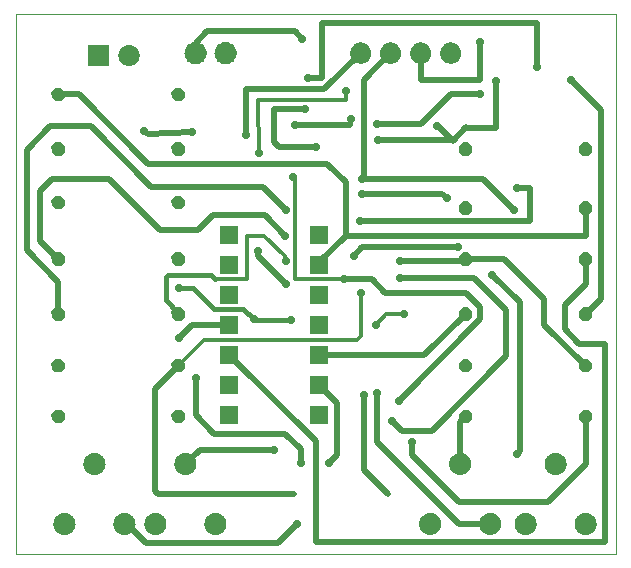
<source format=gbl>
G75*
G71*
%OFA0B0*%
%FSLAX23Y23*%
%IPPOS*%
%LPD*%
%ADD10C,0.1*%
%ADD11C,0.508*%
%ADD12C,0.305*%
%ADD13C,0.406*%
%ADD14C,0.706*%
%LPD*%D10*
X0Y0D02*
X0Y100D01*
X0Y200D01*
X0Y299D01*
X0Y399D01*
X0Y499D01*
X0Y599D01*
X0Y699D01*
X0Y799D01*
X0Y898D01*
X0Y998D01*
X0Y1098D01*
X0Y1198D01*
X0Y1298D01*
X0Y1398D01*
X0Y1497D01*
X0Y1597D01*
X0Y1697D01*
X0Y1797D01*
X0Y1897D01*
X0Y1996D01*
X0Y2096D01*
X0Y2196D01*
X0Y2296D01*
X0Y2396D01*
X0Y2496D01*
X0Y2595D01*
X0Y2695D01*
X0Y2795D01*
X0Y2895D01*
X0Y2995D01*
X0Y3095D01*
X0Y3194D01*
X0Y3294D01*
X0Y3394D01*
X0Y3494D01*
X0Y3594D01*
X0Y3694D01*
X0Y3793D01*
X0Y3893D01*
X0Y3993D01*
X0Y4093D01*
X0Y4193D01*
X0Y4292D01*
X0Y4392D01*
X0Y4492D01*
X0Y4592D01*
X0Y4692D01*
X0Y4792D01*
X0Y4891D01*
X0Y4991D01*
X0Y5091D01*
X0Y5191D01*
X0Y5291D01*
X0Y5391D01*
X0Y5490D01*
X0Y5590D01*
X0Y5690D01*
X0Y5790D01*
X0Y5890D01*
X0Y5989D01*
X0Y6089D01*
X0Y6189D01*
X0Y6289D01*
X0Y6389D01*
X0Y6489D01*
X0Y6588D01*
X0Y6688D01*
X0Y6788D01*
X0Y6888D01*
X0Y6988D01*
X0Y7088D01*
X0Y7187D01*
X0Y7287D01*
X0Y7387D01*
X0Y7487D01*
X0Y7587D01*
X0Y7687D01*
X0Y7786D01*
X0Y7886D01*
X0Y7986D01*
X0Y8086D01*
X0Y8186D01*
X0Y8285D01*
X0Y8385D01*
X0Y8485D01*
X0Y8585D01*
X0Y8685D01*
X0Y8785D01*
X0Y8884D01*
X0Y8984D01*
X0Y9084D01*
X0Y9184D01*
X0Y9284D01*
X0Y9384D01*
X0Y9483D01*
X0Y9583D01*
X0Y9683D01*
X0Y9783D01*
X0Y9883D01*
X0Y9982D01*
X0Y10082D01*
X0Y10182D01*
X0Y10282D01*
X0Y10382D01*
X0Y10482D01*
X0Y10581D01*
X0Y10681D01*
X0Y10781D01*
X0Y10881D01*
X0Y10981D01*
X0Y11081D01*
X0Y11180D01*
X0Y11280D01*
X0Y11380D01*
X0Y11480D01*
X0Y11580D01*
X0Y11680D01*
X0Y11779D01*
X0Y11879D01*
X0Y11979D01*
X0Y12079D01*
X0Y12179D01*
X0Y12278D01*
X0Y12378D01*
X0Y12478D01*
X0Y12578D01*
X0Y12678D01*
X0Y12778D01*
X0Y12877D01*
X0Y12977D01*
X0Y13077D01*
X0Y13177D01*
X0Y13277D01*
X0Y13377D01*
X0Y13476D01*
X0Y13576D01*
X0Y13676D01*
X0Y13776D01*
X0Y13876D01*
X0Y13975D01*
X0Y14075D01*
X0Y14175D01*
X0Y14275D01*
X0Y14375D01*
X0Y14475D01*
X0Y14574D01*
X0Y14674D01*
X0Y14774D01*
X0Y14874D01*
X0Y14974D01*
X0Y15074D01*
X0Y15173D01*
X0Y15273D01*
X0Y15373D01*
X0Y15473D01*
X0Y15573D01*
X0Y15672D01*
X0Y15772D01*
X0Y15872D01*
X0Y15972D01*
X0Y16072D01*
X0Y16172D01*
X0Y16271D01*
X0Y16371D01*
X0Y16471D01*
X0Y16571D01*
X0Y16671D01*
X0Y16771D01*
X0Y16870D01*
X0Y16970D01*
X0Y17070D01*
X0Y17170D01*
X0Y17270D01*
X0Y17370D01*
X0Y17469D01*
X0Y17569D01*
X0Y17669D01*
X0Y17769D01*
X0Y17869D01*
X0Y17968D01*
X0Y18068D01*
X0Y18168D01*
X0Y18268D01*
X0Y18368D01*
X0Y18468D01*
X0Y18567D01*
X0Y18667D01*
X0Y18767D01*
X0Y18867D01*
X0Y18967D01*
X0Y19067D01*
X0Y19166D01*
X0Y19266D01*
X0Y19366D01*
X0Y19466D01*
X0Y19566D01*
X0Y19665D01*
X0Y19765D01*
X0Y19865D01*
X0Y19965D01*
X0Y20065D01*
X0Y20165D01*
X0Y20264D01*
X0Y20364D01*
X0Y20464D01*
X0Y20564D01*
X0Y20664D01*
X0Y20764D01*
X0Y20863D01*
X0Y20963D01*
X0Y21063D01*
X0Y21163D01*
X0Y21263D01*
X0Y21363D01*
X0Y21462D01*
X0Y21562D01*
X0Y21662D01*
X0Y21762D01*
X0Y21862D01*
X0Y21961D01*
X0Y22061D01*
X0Y22161D01*
X0Y22261D01*
X0Y22361D01*
X0Y22461D01*
X0Y22560D01*
X0Y22660D01*
X0Y22760D01*
X0Y22860D01*
X0Y22960D01*
X0Y23060D01*
X0Y23159D01*
X0Y23259D01*
X0Y23359D01*
X0Y23459D01*
X0Y23559D01*
X0Y23659D01*
X0Y23758D01*
X0Y23858D01*
X0Y23958D01*
X0Y24058D01*
X0Y24158D01*
X0Y24257D01*
X0Y24357D01*
X0Y24457D01*
X0Y24557D01*
X0Y24657D01*
X0Y24757D01*
X0Y24856D01*
X0Y24956D01*
X0Y25056D01*
X0Y25156D01*
X0Y25256D01*
X0Y25356D01*
X0Y25455D01*
X0Y25555D01*
X0Y25655D01*
X0Y25755D01*
X0Y25855D01*
X0Y25954D01*
X0Y26054D01*
X0Y26154D01*
X0Y26254D01*
X0Y26354D01*
X0Y26454D01*
X0Y26553D01*
X0Y26653D01*
X0Y26753D01*
X0Y26853D01*
X0Y26953D01*
X0Y27053D01*
X0Y27152D01*
X0Y27252D01*
X0Y27352D01*
X0Y27452D01*
X0Y27552D01*
X0Y27651D01*
X0Y27751D01*
X0Y27851D01*
X0Y27951D01*
X0Y28051D01*
X0Y28151D01*
X0Y28250D01*
X0Y28350D01*
X0Y28450D01*
X0Y28550D01*
X0Y28650D01*
X0Y28750D01*
X0Y28849D01*
X0Y28949D01*
X0Y29049D01*
X0Y29149D01*
X0Y29249D01*
X0Y29349D01*
X0Y29448D01*
X0Y29548D01*
X0Y29648D01*
X0Y29748D01*
X0Y29848D01*
X0Y29947D01*
X0Y30047D01*
X0Y30147D01*
X0Y30247D01*
X0Y30347D01*
X0Y30447D01*
X0Y30546D01*
X0Y30646D01*
X0Y30746D01*
X0Y30846D01*
X0Y30946D01*
X0Y31046D01*
X0Y31145D01*
X0Y31245D01*
X0Y31345D01*
X0Y31445D01*
X0Y31545D01*
X0Y31645D01*
X0Y31744D01*
X0Y31844D01*
X0Y31944D01*
X0Y32044D01*
X0Y32144D01*
X0Y32243D01*
X0Y32343D01*
X0Y32443D01*
X0Y32543D01*
X0Y32643D01*
X0Y32743D01*
X0Y32842D01*
X0Y32942D01*
X0Y33042D01*
X0Y33142D01*
X0Y33242D01*
X0Y33342D01*
X0Y33441D01*
X0Y33541D01*
X0Y33641D01*
X0Y33741D01*
X0Y33841D01*
X0Y33940D01*
X0Y34040D01*
X0Y34140D01*
X0Y34240D01*
X0Y34340D01*
X0Y34440D01*
X0Y34539D01*
X0Y34639D01*
X0Y34739D01*
X0Y34839D01*
X0Y34939D01*
X0Y35039D01*
X0Y35138D01*
X0Y35238D01*
X0Y35338D01*
X0Y35438D01*
X0Y35538D01*
X0Y35638D01*
X0Y35737D01*
X0Y35837D01*
X0Y35937D01*
X0Y36037D01*
X0Y36137D01*
X0Y36236D01*
X0Y36336D01*
X0Y36436D01*
X0Y36536D01*
X0Y36636D01*
X0Y36736D01*
X0Y36835D01*
X0Y36935D01*
X0Y37035D01*
X0Y37135D01*
X0Y37235D01*
X0Y37335D01*
X0Y37434D01*
X0Y37534D01*
X0Y37634D01*
X0Y37734D01*
X0Y37834D01*
X0Y37934D01*
X0Y38033D01*
X0Y38133D01*
X0Y38233D01*
X0Y38333D01*
X0Y38433D01*
X0Y38532D01*
X0Y38632D01*
X0Y38732D01*
X0Y38832D01*
X0Y38932D01*
X0Y39032D01*
X0Y39131D01*
X0Y39231D01*
X0Y39331D01*
X0Y39431D01*
X0Y39531D01*
X0Y39631D01*
X0Y39730D01*
X0Y39830D01*
X0Y39930D01*
X0Y40030D01*
X0Y40130D01*
X0Y40230D01*
X0Y40329D01*
X0Y40429D01*
X0Y40529D01*
X0Y40629D01*
X0Y40729D01*
X0Y40828D01*
X0Y40928D01*
X0Y41028D01*
X0Y41128D01*
X0Y41228D01*
X0Y41328D01*
X0Y41427D01*
X0Y41527D01*
X0Y41627D01*
X0Y41727D01*
X0Y41827D01*
X0Y41927D01*
X0Y42026D01*
X0Y42126D01*
X0Y42226D01*
X0Y42326D01*
X0Y42426D01*
X0Y42525D01*
X0Y42625D01*
X0Y42725D01*
X0Y42825D01*
X0Y42925D01*
X0Y43025D01*
X0Y43124D01*
X0Y43224D01*
X0Y43324D01*
X0Y43424D01*
X0Y43524D01*
X0Y43624D01*
X0Y43723D01*
X0Y43823D01*
X0Y43923D01*
X0Y44023D01*
X0Y44123D01*
X0Y44223D01*
X0Y44322D01*
X0Y44422D01*
X0Y44522D01*
X0Y44622D01*
X0Y44722D01*
X0Y44822D01*
X0Y44921D01*
X0Y45021D01*
X0Y45121D01*
X0Y45221D01*
X0Y45321D01*
X0Y45420D01*
X0Y45520D01*
X0Y45620D01*
X0Y45720D01*
X100Y45720D01*
X200Y45720D01*
X300Y45720D01*
X400Y45720D01*
X500Y45720D01*
X600Y45720D01*
X700Y45720D01*
X800Y45720D01*
X900Y45720D01*
X1000Y45720D01*
X1100Y45720D01*
X1200Y45720D01*
X1300Y45720D01*
X1400Y45720D01*
X1500Y45720D01*
X1600Y45720D01*
X1700Y45720D01*
X1800Y45720D01*
X1900Y45720D01*
X2000Y45720D01*
X2100Y45720D01*
X2200Y45720D01*
X2300Y45720D01*
X2400Y45720D01*
X2500Y45720D01*
X2600Y45720D01*
X2700Y45720D01*
X2800Y45720D01*
X2900Y45720D01*
X3000Y45720D01*
X3100Y45720D01*
X3200Y45720D01*
X3300Y45720D01*
X3400Y45720D01*
X3500Y45720D01*
X3600Y45720D01*
X3700Y45720D01*
X3800Y45720D01*
X3900Y45720D01*
X4000Y45720D01*
X4100Y45720D01*
X4200Y45720D01*
X4300Y45720D01*
X4400Y45720D01*
X4500Y45720D01*
X4600Y45720D01*
X4700Y45720D01*
X4800Y45720D01*
X4900Y45720D01*
X5000Y45720D01*
X5100Y45720D01*
X5200Y45720D01*
X5300Y45720D01*
X5400Y45720D01*
X5500Y45720D01*
X5600Y45720D01*
X5700Y45720D01*
X5800Y45720D01*
X5900Y45720D01*
X6000Y45720D01*
X6100Y45720D01*
X6200Y45720D01*
X6300Y45720D01*
X6400Y45720D01*
X6500Y45720D01*
X6600Y45720D01*
X6700Y45720D01*
X6800Y45720D01*
X6900Y45720D01*
X7000Y45720D01*
X7100Y45720D01*
X7200Y45720D01*
X7300Y45720D01*
X7400Y45720D01*
X7500Y45720D01*
X7600Y45720D01*
X7700Y45720D01*
X7800Y45720D01*
X7900Y45720D01*
X8000Y45720D01*
X8100Y45720D01*
X8200Y45720D01*
X8300Y45720D01*
X8400Y45720D01*
X8500Y45720D01*
X8600Y45720D01*
X8700Y45720D01*
X8800Y45720D01*
X8900Y45720D01*
X9000Y45720D01*
X9100Y45720D01*
X9200Y45720D01*
X9300Y45720D01*
X9400Y45720D01*
X9500Y45720D01*
X9600Y45720D01*
X9700Y45720D01*
X9800Y45720D01*
X9900Y45720D01*
X10000Y45720D01*
X10100Y45720D01*
X10200Y45720D01*
X10300Y45720D01*
X10400Y45720D01*
X10500Y45720D01*
X10600Y45720D01*
X10700Y45720D01*
X10800Y45720D01*
X10900Y45720D01*
X11000Y45720D01*
X11100Y45720D01*
X11200Y45720D01*
X11300Y45720D01*
X11400Y45720D01*
X11500Y45720D01*
X11600Y45720D01*
X11700Y45720D01*
X11800Y45720D01*
X11900Y45720D01*
X12000Y45720D01*
X12100Y45720D01*
X12200Y45720D01*
X12300Y45720D01*
X12400Y45720D01*
X12500Y45720D01*
X12600Y45720D01*
X12700Y45720D01*
X12800Y45720D01*
X12900Y45720D01*
X13000Y45720D01*
X13100Y45720D01*
X13200Y45720D01*
X13300Y45720D01*
X13400Y45720D01*
X13500Y45720D01*
X13600Y45720D01*
X13700Y45720D01*
X13800Y45720D01*
X13900Y45720D01*
X14000Y45720D01*
X14100Y45720D01*
X14200Y45720D01*
X14300Y45720D01*
X14400Y45720D01*
X14500Y45720D01*
X14600Y45720D01*
X14700Y45720D01*
X14800Y45720D01*
X14900Y45720D01*
X15000Y45720D01*
X15100Y45720D01*
X15200Y45720D01*
X15300Y45720D01*
X15400Y45720D01*
X15500Y45720D01*
X15600Y45720D01*
X15700Y45720D01*
X15800Y45720D01*
X15900Y45720D01*
X16000Y45720D01*
X16100Y45720D01*
X16200Y45720D01*
X16300Y45720D01*
X16400Y45720D01*
X16500Y45720D01*
X16600Y45720D01*
X16700Y45720D01*
X16800Y45720D01*
X16900Y45720D01*
X17000Y45720D01*
X17100Y45720D01*
X17200Y45720D01*
X17300Y45720D01*
X17400Y45720D01*
X17500Y45720D01*
X17600Y45720D01*
X17700Y45720D01*
X17800Y45720D01*
X17900Y45720D01*
X18000Y45720D01*
X18100Y45720D01*
X18200Y45720D01*
X18300Y45720D01*
X18400Y45720D01*
X18500Y45720D01*
X18600Y45720D01*
X18700Y45720D01*
X18800Y45720D01*
X18900Y45720D01*
X19000Y45720D01*
X19100Y45720D01*
X19200Y45720D01*
X19300Y45720D01*
X19400Y45720D01*
X19500Y45720D01*
X19600Y45720D01*
X19700Y45720D01*
X19800Y45720D01*
X19900Y45720D01*
X20000Y45720D01*
X20100Y45720D01*
X20200Y45720D01*
X20300Y45720D01*
X20400Y45720D01*
X20500Y45720D01*
X20600Y45720D01*
X20700Y45720D01*
X20800Y45720D01*
X20900Y45720D01*
X21000Y45720D01*
X21100Y45720D01*
X21200Y45720D01*
X21300Y45720D01*
X21400Y45720D01*
X21500Y45720D01*
X21600Y45720D01*
X21700Y45720D01*
X21800Y45720D01*
X21900Y45720D01*
X22000Y45720D01*
X22100Y45720D01*
X22200Y45720D01*
X22300Y45720D01*
X22400Y45720D01*
X22500Y45720D01*
X22600Y45720D01*
X22700Y45720D01*
X22800Y45720D01*
X22900Y45720D01*
X23000Y45720D01*
X23100Y45720D01*
X23200Y45720D01*
X23300Y45720D01*
X23400Y45720D01*
X23500Y45720D01*
X23600Y45720D01*
X23700Y45720D01*
X23800Y45720D01*
X23900Y45720D01*
X24000Y45720D01*
X24100Y45720D01*
X24200Y45720D01*
X24300Y45720D01*
X24400Y45720D01*
X24500Y45720D01*
X24600Y45720D01*
X24700Y45720D01*
X24800Y45720D01*
X24900Y45720D01*
X25000Y45720D01*
X25100Y45720D01*
X25200Y45720D01*
X25300Y45720D01*
X25400Y45720D01*
X25500Y45720D01*
X25600Y45720D01*
X25700Y45720D01*
X25800Y45720D01*
X25900Y45720D01*
X26000Y45720D01*
X26100Y45720D01*
X26200Y45720D01*
X26300Y45720D01*
X26400Y45720D01*
X26500Y45720D01*
X26600Y45720D01*
X26700Y45720D01*
X26800Y45720D01*
X26900Y45720D01*
X27000Y45720D01*
X27100Y45720D01*
X27200Y45720D01*
X27300Y45720D01*
X27400Y45720D01*
X27500Y45720D01*
X27600Y45720D01*
X27700Y45720D01*
X27800Y45720D01*
X27900Y45720D01*
X28000Y45720D01*
X28100Y45720D01*
X28200Y45720D01*
X28300Y45720D01*
X28400Y45720D01*
X28500Y45720D01*
X28600Y45720D01*
X28700Y45720D01*
X28800Y45720D01*
X28900Y45720D01*
X29000Y45720D01*
X29100Y45720D01*
X29200Y45720D01*
X29300Y45720D01*
X29400Y45720D01*
X29500Y45720D01*
X29600Y45720D01*
X29700Y45720D01*
X29800Y45720D01*
X29900Y45720D01*
X30000Y45720D01*
X30100Y45720D01*
X30200Y45720D01*
X30300Y45720D01*
X30400Y45720D01*
X30500Y45720D01*
X30600Y45720D01*
X30700Y45720D01*
X30800Y45720D01*
X30900Y45720D01*
X31000Y45720D01*
X31100Y45720D01*
X31200Y45720D01*
X31300Y45720D01*
X31400Y45720D01*
X31500Y45720D01*
X31600Y45720D01*
X31700Y45720D01*
X31800Y45720D01*
X31900Y45720D01*
X32000Y45720D01*
X32100Y45720D01*
X32200Y45720D01*
X32300Y45720D01*
X32400Y45720D01*
X32500Y45720D01*
X32600Y45720D01*
X32700Y45720D01*
X32800Y45720D01*
X32900Y45720D01*
X33000Y45720D01*
X33100Y45720D01*
X33200Y45720D01*
X33300Y45720D01*
X33400Y45720D01*
X33500Y45720D01*
X33600Y45720D01*
X33700Y45720D01*
X33800Y45720D01*
X33900Y45720D01*
X34000Y45720D01*
X34100Y45720D01*
X34200Y45720D01*
X34300Y45720D01*
X34400Y45720D01*
X34500Y45720D01*
X34600Y45720D01*
X34700Y45720D01*
X34800Y45720D01*
X34900Y45720D01*
X35000Y45720D01*
X35100Y45720D01*
X35200Y45720D01*
X35300Y45720D01*
X35400Y45720D01*
X35500Y45720D01*
X35600Y45720D01*
X35700Y45720D01*
X35800Y45720D01*
X35900Y45720D01*
X36000Y45720D01*
X36100Y45720D01*
X36200Y45720D01*
X36300Y45720D01*
X36400Y45720D01*
X36500Y45720D01*
X36600Y45720D01*
X36700Y45720D01*
X36800Y45720D01*
X36900Y45720D01*
X37000Y45720D01*
X37100Y45720D01*
X37200Y45720D01*
X37300Y45720D01*
X37400Y45720D01*
X37500Y45720D01*
X37600Y45720D01*
X37700Y45720D01*
X37800Y45720D01*
X37900Y45720D01*
X38000Y45720D01*
X38100Y45720D01*
X38200Y45720D01*
X38300Y45720D01*
X38400Y45720D01*
X38500Y45720D01*
X38600Y45720D01*
X38700Y45720D01*
X38800Y45720D01*
X38900Y45720D01*
X39000Y45720D01*
X39100Y45720D01*
X39200Y45720D01*
X39300Y45720D01*
X39400Y45720D01*
X39500Y45720D01*
X39600Y45720D01*
X39700Y45720D01*
X39800Y45720D01*
X39900Y45720D01*
X40000Y45720D01*
X40100Y45720D01*
X40200Y45720D01*
X40300Y45720D01*
X40400Y45720D01*
X40500Y45720D01*
X40600Y45720D01*
X40700Y45720D01*
X40800Y45720D01*
X40900Y45720D01*
X41000Y45720D01*
X41100Y45720D01*
X41200Y45720D01*
X41300Y45720D01*
X41400Y45720D01*
X41500Y45720D01*
X41600Y45720D01*
X41700Y45720D01*
X41800Y45720D01*
X41900Y45720D01*
X42000Y45720D01*
X42100Y45720D01*
X42200Y45720D01*
X42300Y45720D01*
X42400Y45720D01*
X42500Y45720D01*
X42600Y45720D01*
X42700Y45720D01*
X42800Y45720D01*
X42900Y45720D01*
X43000Y45720D01*
X43100Y45720D01*
X43200Y45720D01*
X43300Y45720D01*
X43400Y45720D01*
X43500Y45720D01*
X43600Y45720D01*
X43700Y45720D01*
X43800Y45720D01*
X43900Y45720D01*
X44000Y45720D01*
X44100Y45720D01*
X44200Y45720D01*
X44300Y45720D01*
X44400Y45720D01*
X44500Y45720D01*
X44600Y45720D01*
X44700Y45720D01*
X44800Y45720D01*
X44900Y45720D01*
X45000Y45720D01*
X45100Y45720D01*
X45200Y45720D01*
X45300Y45720D01*
X45400Y45720D01*
X45500Y45720D01*
X45600Y45720D01*
X45700Y45720D01*
X45800Y45720D01*
X45900Y45720D01*
X46000Y45720D01*
X46100Y45720D01*
X46200Y45720D01*
X46300Y45720D01*
X46400Y45720D01*
X46500Y45720D01*
X46600Y45720D01*
X46700Y45720D01*
X46800Y45720D01*
X46900Y45720D01*
X47000Y45720D01*
X47100Y45720D01*
X47200Y45720D01*
X47300Y45720D01*
X47400Y45720D01*
X47500Y45720D01*
X47600Y45720D01*
X47700Y45720D01*
X47800Y45720D01*
X47900Y45720D01*
X48000Y45720D01*
X48100Y45720D01*
X48200Y45720D01*
X48300Y45720D01*
X48400Y45720D01*
X48500Y45720D01*
X48600Y45720D01*
X48700Y45720D01*
X48800Y45720D01*
X48900Y45720D01*
X49000Y45720D01*
X49100Y45720D01*
X49200Y45720D01*
X49300Y45720D01*
X49400Y45720D01*
X49500Y45720D01*
X49600Y45720D01*
X49700Y45720D01*
X49800Y45720D01*
X49900Y45720D01*
X50000Y45720D01*
X50100Y45720D01*
X50200Y45720D01*
X50300Y45720D01*
X50400Y45720D01*
X50500Y45720D01*
X50600Y45720D01*
X50700Y45720D01*
X50800Y45720D01*
X50800Y45620D01*
X50800Y45520D01*
X50800Y45421D01*
X50800Y45321D01*
X50800Y45221D01*
X50800Y45121D01*
X50800Y45021D01*
X50800Y44921D01*
X50800Y44822D01*
X50800Y44722D01*
X50800Y44622D01*
X50800Y44522D01*
X50800Y44422D01*
X50800Y44322D01*
X50800Y44223D01*
X50800Y44123D01*
X50800Y44023D01*
X50800Y43923D01*
X50800Y43823D01*
X50800Y43724D01*
X50800Y43624D01*
X50800Y43524D01*
X50800Y43424D01*
X50800Y43324D01*
X50800Y43224D01*
X50800Y43125D01*
X50800Y43025D01*
X50800Y42925D01*
X50800Y42825D01*
X50800Y42725D01*
X50800Y42625D01*
X50800Y42526D01*
X50800Y42426D01*
X50800Y42326D01*
X50800Y42226D01*
X50800Y42126D01*
X50800Y42026D01*
X50800Y41927D01*
X50800Y41827D01*
X50800Y41727D01*
X50800Y41627D01*
X50800Y41527D01*
X50800Y41428D01*
X50800Y41328D01*
X50800Y41228D01*
X50800Y41128D01*
X50800Y41028D01*
X50800Y40928D01*
X50800Y40829D01*
X50800Y40729D01*
X50800Y40629D01*
X50800Y40529D01*
X50800Y40429D01*
X50800Y40329D01*
X50800Y40230D01*
X50800Y40130D01*
X50800Y40030D01*
X50800Y39930D01*
X50800Y39830D01*
X50800Y39731D01*
X50800Y39631D01*
X50800Y39531D01*
X50800Y39431D01*
X50800Y39331D01*
X50800Y39231D01*
X50800Y39132D01*
X50800Y39032D01*
X50800Y38932D01*
X50800Y38832D01*
X50800Y38732D01*
X50800Y38632D01*
X50800Y38533D01*
X50800Y38433D01*
X50800Y38333D01*
X50800Y38233D01*
X50800Y38133D01*
X50800Y38033D01*
X50800Y37934D01*
X50800Y37834D01*
X50800Y37734D01*
X50800Y37634D01*
X50800Y37534D01*
X50800Y37435D01*
X50800Y37335D01*
X50800Y37235D01*
X50800Y37135D01*
X50800Y37035D01*
X50800Y36935D01*
X50800Y36836D01*
X50800Y36736D01*
X50800Y36636D01*
X50800Y36536D01*
X50800Y36436D01*
X50800Y36336D01*
X50800Y36237D01*
X50800Y36137D01*
X50800Y36037D01*
X50800Y35937D01*
X50800Y35837D01*
X50800Y35738D01*
X50800Y35638D01*
X50800Y35538D01*
X50800Y35438D01*
X50800Y35338D01*
X50800Y35238D01*
X50800Y35139D01*
X50800Y35039D01*
X50800Y34939D01*
X50800Y34839D01*
X50800Y34739D01*
X50800Y34639D01*
X50800Y34540D01*
X50800Y34440D01*
X50800Y34340D01*
X50800Y34240D01*
X50800Y34140D01*
X50800Y34040D01*
X50800Y33941D01*
X50800Y33841D01*
X50800Y33741D01*
X50800Y33641D01*
X50800Y33541D01*
X50800Y33442D01*
X50800Y33342D01*
X50800Y33242D01*
X50800Y33142D01*
X50800Y33042D01*
X50800Y32942D01*
X50800Y32843D01*
X50800Y32743D01*
X50800Y32643D01*
X50800Y32543D01*
X50800Y32443D01*
X50800Y32343D01*
X50800Y32244D01*
X50800Y32144D01*
X50800Y32044D01*
X50800Y31944D01*
X50800Y31844D01*
X50800Y31745D01*
X50800Y31645D01*
X50800Y31545D01*
X50800Y31445D01*
X50800Y31345D01*
X50800Y31245D01*
X50800Y31146D01*
X50800Y31046D01*
X50800Y30946D01*
X50800Y30846D01*
X50800Y30746D01*
X50800Y30646D01*
X50800Y30547D01*
X50800Y30447D01*
X50800Y30347D01*
X50800Y30247D01*
X50800Y30147D01*
X50800Y30048D01*
X50800Y29948D01*
X50800Y29848D01*
X50800Y29748D01*
X50800Y29648D01*
X50800Y29548D01*
X50800Y29449D01*
X50800Y29349D01*
X50800Y29249D01*
X50800Y29149D01*
X50800Y29049D01*
X50800Y28949D01*
X50800Y28850D01*
X50800Y28750D01*
X50800Y28650D01*
X50800Y28550D01*
X50800Y28450D01*
X50800Y28350D01*
X50800Y28251D01*
X50800Y28151D01*
X50800Y28051D01*
X50800Y27951D01*
X50800Y27851D01*
X50800Y27752D01*
X50800Y27652D01*
X50800Y27552D01*
X50800Y27452D01*
X50800Y27352D01*
X50800Y27252D01*
X50800Y27153D01*
X50800Y27053D01*
X50800Y26953D01*
X50800Y26853D01*
X50800Y26753D01*
X50800Y26653D01*
X50800Y26554D01*
X50800Y26454D01*
X50800Y26354D01*
X50800Y26254D01*
X50800Y26154D01*
X50800Y26055D01*
X50800Y25955D01*
X50800Y25855D01*
X50800Y25755D01*
X50800Y25655D01*
X50800Y25555D01*
X50800Y25456D01*
X50800Y25356D01*
X50800Y25256D01*
X50800Y25156D01*
X50800Y25056D01*
X50800Y24956D01*
X50800Y24857D01*
X50800Y24757D01*
X50800Y24657D01*
X50800Y24557D01*
X50800Y24457D01*
X50800Y24357D01*
X50800Y24258D01*
X50800Y24158D01*
X50800Y24058D01*
X50800Y23958D01*
X50800Y23858D01*
X50800Y23759D01*
X50800Y23659D01*
X50800Y23559D01*
X50800Y23459D01*
X50800Y23359D01*
X50800Y23259D01*
X50800Y23160D01*
X50800Y23060D01*
X50800Y22960D01*
X50800Y22860D01*
X50800Y22760D01*
X50800Y22660D01*
X50800Y22561D01*
X50800Y22461D01*
X50800Y22361D01*
X50800Y22261D01*
X50800Y22161D01*
X50800Y22061D01*
X50800Y21962D01*
X50800Y21862D01*
X50800Y21762D01*
X50800Y21662D01*
X50800Y21562D01*
X50800Y21463D01*
X50800Y21363D01*
X50800Y21263D01*
X50800Y21163D01*
X50800Y21063D01*
X50800Y20963D01*
X50800Y20864D01*
X50800Y20764D01*
X50800Y20664D01*
X50800Y20564D01*
X50800Y20464D01*
X50800Y20364D01*
X50800Y20265D01*
X50800Y20165D01*
X50800Y20065D01*
X50800Y19965D01*
X50800Y19865D01*
X50800Y19766D01*
X50800Y19666D01*
X50800Y19566D01*
X50800Y19466D01*
X50800Y19366D01*
X50800Y19266D01*
X50800Y19167D01*
X50800Y19067D01*
X50800Y18967D01*
X50800Y18867D01*
X50800Y18767D01*
X50800Y18667D01*
X50800Y18568D01*
X50800Y18468D01*
X50800Y18368D01*
X50800Y18268D01*
X50800Y18168D01*
X50800Y18069D01*
X50800Y17969D01*
X50800Y17869D01*
X50800Y17769D01*
X50800Y17669D01*
X50800Y17569D01*
X50800Y17470D01*
X50800Y17370D01*
X50800Y17270D01*
X50800Y17170D01*
X50800Y17070D01*
X50800Y16970D01*
X50800Y16871D01*
X50800Y16771D01*
X50800Y16671D01*
X50800Y16571D01*
X50800Y16471D01*
X50800Y16371D01*
X50800Y16272D01*
X50800Y16172D01*
X50800Y16072D01*
X50800Y15972D01*
X50800Y15872D01*
X50800Y15773D01*
X50800Y15673D01*
X50800Y15573D01*
X50800Y15473D01*
X50800Y15373D01*
X50800Y15273D01*
X50800Y15174D01*
X50800Y15074D01*
X50800Y14974D01*
X50800Y14874D01*
X50800Y14774D01*
X50800Y14674D01*
X50800Y14575D01*
X50800Y14475D01*
X50800Y14375D01*
X50800Y14275D01*
X50800Y14175D01*
X50800Y14075D01*
X50800Y13976D01*
X50800Y13876D01*
X50800Y13776D01*
X50800Y13676D01*
X50800Y13576D01*
X50800Y13477D01*
X50800Y13377D01*
X50800Y13277D01*
X50800Y13177D01*
X50800Y13077D01*
X50800Y12977D01*
X50800Y12878D01*
X50800Y12778D01*
X50800Y12678D01*
X50800Y12578D01*
X50800Y12478D01*
X50800Y12378D01*
X50800Y12279D01*
X50800Y12179D01*
X50800Y12079D01*
X50800Y11979D01*
X50800Y11879D01*
X50800Y11780D01*
X50800Y11680D01*
X50800Y11580D01*
X50800Y11480D01*
X50800Y11380D01*
X50800Y11280D01*
X50800Y11181D01*
X50800Y11081D01*
X50800Y10981D01*
X50800Y10881D01*
X50800Y10781D01*
X50800Y10681D01*
X50800Y10582D01*
X50800Y10482D01*
X50800Y10382D01*
X50800Y10282D01*
X50800Y10182D01*
X50800Y10082D01*
X50800Y9983D01*
X50800Y9883D01*
X50800Y9783D01*
X50800Y9683D01*
X50800Y9583D01*
X50800Y9484D01*
X50800Y9384D01*
X50800Y9284D01*
X50800Y9184D01*
X50800Y9084D01*
X50800Y8984D01*
X50800Y8885D01*
X50800Y8785D01*
X50800Y8685D01*
X50800Y8585D01*
X50800Y8485D01*
X50800Y8385D01*
X50800Y8286D01*
X50800Y8186D01*
X50800Y8086D01*
X50800Y7986D01*
X50800Y7886D01*
X50800Y7786D01*
X50800Y7687D01*
X50800Y7587D01*
X50800Y7487D01*
X50800Y7387D01*
X50800Y7287D01*
X50800Y7188D01*
X50800Y7088D01*
X50800Y6988D01*
X50800Y6888D01*
X50800Y6788D01*
X50800Y6688D01*
X50800Y6589D01*
X50800Y6489D01*
X50800Y6389D01*
X50800Y6289D01*
X50800Y6189D01*
X50800Y6089D01*
X50800Y5990D01*
X50800Y5890D01*
X50800Y5790D01*
X50800Y5690D01*
X50800Y5590D01*
X50800Y5490D01*
X50800Y5391D01*
X50800Y5291D01*
X50800Y5191D01*
X50800Y5091D01*
X50800Y4991D01*
X50800Y4892D01*
X50800Y4792D01*
X50800Y4692D01*
X50800Y4592D01*
X50800Y4492D01*
X50800Y4392D01*
X50800Y4293D01*
X50800Y4193D01*
X50800Y4093D01*
X50800Y3993D01*
X50800Y3893D01*
X50800Y3793D01*
X50800Y3694D01*
X50800Y3594D01*
X50800Y3494D01*
X50800Y3394D01*
X50800Y3294D01*
X50800Y3195D01*
X50800Y3095D01*
X50800Y2995D01*
X50800Y2895D01*
X50800Y2795D01*
X50800Y2695D01*
X50800Y2596D01*
X50800Y2496D01*
X50800Y2396D01*
X50800Y2296D01*
X50800Y2196D01*
X50800Y2096D01*
X50800Y1997D01*
X50800Y1897D01*
X50800Y1797D01*
X50800Y1697D01*
X50800Y1597D01*
X50800Y1497D01*
X50800Y1398D01*
X50800Y1298D01*
X50800Y1198D01*
X50800Y1098D01*
X50800Y998D01*
X50800Y898D01*
X50800Y799D01*
X50800Y699D01*
X50800Y599D01*
X50800Y499D01*
X50800Y399D01*
X50800Y300D01*
X50800Y200D01*
X50800Y100D01*
X50800Y0D01*
X50700Y0D01*
X50600Y0D01*
X50500Y0D01*
X50400Y0D01*
X50300Y0D01*
X50200Y0D01*
X50100Y0D01*
X50000Y0D01*
X49900Y0D01*
X49800Y0D01*
X49700Y0D01*
X49600Y0D01*
X49500Y0D01*
X49400Y0D01*
X49300Y0D01*
X49200Y0D01*
X49100Y0D01*
X49000Y0D01*
X48900Y0D01*
X48800Y0D01*
X48700Y0D01*
X48600Y0D01*
X48500Y0D01*
X48400Y0D01*
X48300Y0D01*
X48200Y0D01*
X48100Y0D01*
X48000Y0D01*
X47900Y0D01*
X47800Y0D01*
X47700Y0D01*
X47600Y0D01*
X47500Y0D01*
X47400Y0D01*
X47300Y0D01*
X47200Y0D01*
X47100Y0D01*
X47000Y0D01*
X46900Y0D01*
X46800Y0D01*
X46700Y0D01*
X46600Y0D01*
X46500Y0D01*
X46400Y0D01*
X46300Y0D01*
X46200Y0D01*
X46100Y0D01*
X46000Y0D01*
X45900Y0D01*
X45800Y0D01*
X45700Y0D01*
X45600Y0D01*
X45500Y0D01*
X45400Y0D01*
X45300Y0D01*
X45200Y0D01*
X45100Y0D01*
X45000Y0D01*
X44900Y0D01*
X44800Y0D01*
X44700Y0D01*
X44600Y0D01*
X44500Y0D01*
X44400Y0D01*
X44300Y0D01*
X44200Y0D01*
X44100Y0D01*
X44000Y0D01*
X43900Y0D01*
X43800Y0D01*
X43700Y0D01*
X43600Y0D01*
X43500Y0D01*
X43400Y0D01*
X43300Y0D01*
X43200Y0D01*
X43100Y0D01*
X43000Y0D01*
X42900Y0D01*
X42800Y0D01*
X42700Y0D01*
X42600Y0D01*
X42500Y0D01*
X42400Y0D01*
X42300Y0D01*
X42200Y0D01*
X42100Y0D01*
X42000Y0D01*
X41900Y0D01*
X41800Y0D01*
X41700Y0D01*
X41600Y0D01*
X41500Y0D01*
X41400Y0D01*
X41300Y0D01*
X41200Y0D01*
X41100Y0D01*
X41000Y0D01*
X40900Y0D01*
X40800Y0D01*
X40700Y0D01*
X40600Y0D01*
X40500Y0D01*
X40400Y0D01*
X40300Y0D01*
X40200Y0D01*
X40100Y0D01*
X40000Y0D01*
X39900Y0D01*
X39800Y0D01*
X39700Y0D01*
X39600Y0D01*
X39500Y0D01*
X39400Y0D01*
X39300Y0D01*
X39200Y0D01*
X39100Y0D01*
X39000Y0D01*
X38900Y0D01*
X38800Y0D01*
X38700Y0D01*
X38600Y0D01*
X38500Y0D01*
X38400Y0D01*
X38300Y0D01*
X38200Y0D01*
X38100Y0D01*
X38000Y0D01*
X37900Y0D01*
X37800Y0D01*
X37700Y0D01*
X37600Y0D01*
X37500Y0D01*
X37400Y0D01*
X37300Y0D01*
X37200Y0D01*
X37100Y0D01*
X37000Y0D01*
X36900Y0D01*
X36800Y0D01*
X36700Y0D01*
X36600Y0D01*
X36500Y0D01*
X36400Y0D01*
X36300Y0D01*
X36200Y0D01*
X36100Y0D01*
X36000Y0D01*
X35900Y0D01*
X35800Y0D01*
X35700Y0D01*
X35600Y0D01*
X35500Y0D01*
X35400Y0D01*
X35300Y0D01*
X35200Y0D01*
X35100Y0D01*
X35000Y0D01*
X34900Y0D01*
X34800Y0D01*
X34700Y0D01*
X34600Y0D01*
X34500Y0D01*
X34400Y0D01*
X34300Y0D01*
X34200Y0D01*
X34100Y0D01*
X34000Y0D01*
X33900Y0D01*
X33800Y0D01*
X33700Y0D01*
X33600Y0D01*
X33500Y0D01*
X33400Y0D01*
X33300Y0D01*
X33200Y0D01*
X33100Y0D01*
X33000Y0D01*
X32900Y0D01*
X32800Y0D01*
X32700Y0D01*
X32600Y0D01*
X32500Y0D01*
X32400Y0D01*
X32300Y0D01*
X32200Y0D01*
X32100Y0D01*
X32000Y0D01*
X31900Y0D01*
X31800Y0D01*
X31700Y0D01*
X31600Y0D01*
X31500Y0D01*
X31400Y0D01*
X31300Y0D01*
X31200Y0D01*
X31100Y0D01*
X31000Y0D01*
X30900Y0D01*
X30800Y0D01*
X30700Y0D01*
X30600Y0D01*
X30500Y0D01*
X30400Y0D01*
X30300Y0D01*
X30200Y0D01*
X30100Y0D01*
X30000Y0D01*
X29900Y0D01*
X29800Y0D01*
X29700Y0D01*
X29600Y0D01*
X29500Y0D01*
X29400Y0D01*
X29300Y0D01*
X29200Y0D01*
X29100Y0D01*
X29000Y0D01*
X28900Y0D01*
X28800Y0D01*
X28700Y0D01*
X28600Y0D01*
X28500Y0D01*
X28400Y0D01*
X28300Y0D01*
X28200Y0D01*
X28100Y0D01*
X28000Y0D01*
X27900Y0D01*
X27800Y0D01*
X27700Y0D01*
X27600Y0D01*
X27500Y0D01*
X27400Y0D01*
X27300Y0D01*
X27200Y0D01*
X27100Y0D01*
X27000Y0D01*
X26900Y0D01*
X26800Y0D01*
X26700Y0D01*
X26600Y0D01*
X26500Y0D01*
X26400Y0D01*
X26300Y0D01*
X26200Y0D01*
X26100Y0D01*
X26000Y0D01*
X25900Y0D01*
X25800Y0D01*
X25700Y0D01*
X25600Y0D01*
X25500Y0D01*
X25400Y0D01*
X25300Y0D01*
X25200Y0D01*
X25100Y0D01*
X25000Y0D01*
X24900Y0D01*
X24800Y0D01*
X24700Y0D01*
X24600Y0D01*
X24500Y0D01*
X24400Y0D01*
X24300Y0D01*
X24200Y0D01*
X24100Y0D01*
X24000Y0D01*
X23900Y0D01*
X23800Y0D01*
X23700Y0D01*
X23600Y0D01*
X23500Y0D01*
X23400Y0D01*
X23300Y0D01*
X23200Y0D01*
X23100Y0D01*
X23000Y0D01*
X22900Y0D01*
X22800Y0D01*
X22700Y0D01*
X22600Y0D01*
X22500Y0D01*
X22400Y0D01*
X22300Y0D01*
X22200Y0D01*
X22100Y0D01*
X22000Y0D01*
X21900Y0D01*
X21800Y0D01*
X21700Y0D01*
X21600Y0D01*
X21500Y0D01*
X21400Y0D01*
X21300Y0D01*
X21200Y0D01*
X21100Y0D01*
X21000Y0D01*
X20900Y0D01*
X20800Y0D01*
X20700Y0D01*
X20600Y0D01*
X20500Y0D01*
X20400Y0D01*
X20300Y0D01*
X20200Y0D01*
X20100Y0D01*
X20000Y0D01*
X19900Y0D01*
X19800Y0D01*
X19700Y0D01*
X19600Y0D01*
X19500Y0D01*
X19400Y0D01*
X19300Y0D01*
X19200Y0D01*
X19100Y0D01*
X19000Y0D01*
X18900Y0D01*
X18800Y0D01*
X18700Y0D01*
X18600Y0D01*
X18500Y0D01*
X18400Y0D01*
X18300Y0D01*
X18200Y0D01*
X18100Y0D01*
X18000Y0D01*
X17900Y0D01*
X17800Y0D01*
X17700Y0D01*
X17600Y0D01*
X17500Y0D01*
X17400Y0D01*
X17300Y0D01*
X17200Y0D01*
X17100Y0D01*
X17000Y0D01*
X16900Y0D01*
X16800Y0D01*
X16700Y0D01*
X16600Y0D01*
X16500Y0D01*
X16400Y0D01*
X16300Y0D01*
X16200Y0D01*
X16100Y0D01*
X16000Y0D01*
X15900Y0D01*
X15800Y0D01*
X15700Y0D01*
X15600Y0D01*
X15500Y0D01*
X15400Y0D01*
X15300Y0D01*
X15200Y0D01*
X15100Y0D01*
X15000Y0D01*
X14900Y0D01*
X14800Y0D01*
X14700Y0D01*
X14600Y0D01*
X14500Y0D01*
X14400Y0D01*
X14300Y0D01*
X14200Y0D01*
X14100Y0D01*
X14000Y0D01*
X13900Y0D01*
X13800Y0D01*
X13700Y0D01*
X13600Y0D01*
X13500Y0D01*
X13400Y0D01*
X13300Y0D01*
X13200Y0D01*
X13100Y0D01*
X13000Y0D01*
X12900Y0D01*
X12800Y0D01*
X12700Y0D01*
X12600Y0D01*
X12500Y0D01*
X12400Y0D01*
X12300Y0D01*
X12200Y0D01*
X12100Y0D01*
X12000Y0D01*
X11900Y0D01*
X11800Y0D01*
X11700Y0D01*
X11600Y0D01*
X11500Y0D01*
X11400Y0D01*
X11300Y0D01*
X11200Y0D01*
X11100Y0D01*
X11000Y0D01*
X10900Y0D01*
X10800Y0D01*
X10700Y0D01*
X10600Y0D01*
X10500Y0D01*
X10400Y0D01*
X10300Y0D01*
X10200Y0D01*
X10100Y0D01*
X10000Y0D01*
X9900Y0D01*
X9800Y0D01*
X9700Y0D01*
X9600Y0D01*
X9500Y0D01*
X9400Y0D01*
X9300Y0D01*
X9200Y0D01*
X9100Y0D01*
X9000Y0D01*
X8900Y0D01*
X8800Y0D01*
X8700Y0D01*
X8600Y0D01*
X8500Y0D01*
X8400Y0D01*
X8300Y0D01*
X8200Y0D01*
X8100Y0D01*
X8000Y0D01*
X7900Y0D01*
X7800Y0D01*
X7700Y0D01*
X7600Y0D01*
X7500Y0D01*
X7400Y0D01*
X7300Y0D01*
X7200Y0D01*
X7100Y0D01*
X7000Y0D01*
X6900Y0D01*
X6800Y0D01*
X6700Y0D01*
X6600Y0D01*
X6500Y0D01*
X6400Y0D01*
X6300Y0D01*
X6200Y0D01*
X6100Y0D01*
X6000Y0D01*
X5900Y0D01*
X5800Y0D01*
X5700Y0D01*
X5600Y0D01*
X5500Y0D01*
X5400Y0D01*
X5300Y0D01*
X5200Y0D01*
X5100Y0D01*
X5000Y0D01*
X4900Y0D01*
X4800Y0D01*
X4700Y0D01*
X4600Y0D01*
X4500Y0D01*
X4400Y0D01*
X4300Y0D01*
X4200Y0D01*
X4100Y0D01*
X4000Y0D01*
X3900Y0D01*
X3800Y0D01*
X3700Y0D01*
X3600Y0D01*
X3500Y0D01*
X3400Y0D01*
X3300Y0D01*
X3200Y0D01*
X3100Y0D01*
X3000Y0D01*
X2900Y0D01*
X2800Y0D01*
X2700Y0D01*
X2600Y0D01*
X2500Y0D01*
X2400Y0D01*
X2300Y0D01*
X2200Y0D01*
X2100Y0D01*
X2000Y0D01*
X1900Y0D01*
X1800Y0D01*
X1700Y0D01*
X1600Y0D01*
X1500Y0D01*
X1400Y0D01*
X1300Y0D01*
X1200Y0D01*
X1100Y0D01*
X1000Y0D01*
X900Y0D01*
X800Y0D01*
X700Y0D01*
X600Y0D01*
X500Y0D01*
X400Y0D01*
X300Y0D01*
X200Y0D01*
X100Y0D01*
X0Y0D01*
X0Y0D01*
D11*
X12043Y5080D02*
X23600Y5080D01*
D11*
X11808Y5315D02*
X12043Y5080D01*
D11*
X11808Y13972D02*
X11808Y5315D01*
D11*
X13760Y15924D02*
X11808Y13972D01*
D12*
X15918Y18082D02*
X13760Y15924D01*
D12*
X28870Y18082D02*
X15918Y18082D01*
D12*
X29224Y18436D02*
X28870Y18082D01*
D12*
X29224Y22106D02*
X29224Y18436D01*
D11*
X15465Y42410D02*
X15230Y42410D01*
D11*
X31738Y42410D02*
X29481Y40154D01*
D11*
X39580Y31739D02*
X42169Y29150D01*
D11*
X29285Y31739D02*
X39580Y31739D01*
D11*
X29481Y31936D02*
X29285Y31739D01*
D11*
X29481Y40154D02*
X29481Y31936D01*
D11*
X15230Y43272D02*
X15230Y42410D01*
D11*
X16220Y44262D02*
X15230Y43272D01*
D11*
X23625Y44262D02*
X16220Y44262D01*
D11*
X24288Y43600D02*
X23625Y44262D01*
D11*
X48260Y7620D02*
X48260Y11652D01*
D11*
X45058Y4418D02*
X48260Y7620D01*
D11*
X37537Y4418D02*
X45058Y4418D01*
D11*
X33560Y8395D02*
X37537Y4418D01*
D11*
X33560Y9507D02*
X33560Y8395D01*
D11*
X37630Y11182D02*
X37630Y7620D01*
D11*
X38100Y11652D02*
X37630Y11182D01*
D11*
X38057Y24914D02*
X38100Y24957D01*
D11*
X37947Y24803D02*
X32536Y24803D01*
D11*
X38100Y24957D02*
X37947Y24803D01*
D11*
X36103Y30473D02*
X29350Y30473D01*
D11*
X36486Y30091D02*
X36103Y30473D01*
D11*
X41365Y24957D02*
X38100Y24957D01*
D11*
X44768Y21554D02*
X41365Y24957D01*
D11*
X44768Y19416D02*
X44768Y21554D01*
D11*
X48260Y15924D02*
X44768Y19416D01*
D11*
X21873Y37700D02*
X24468Y37700D01*
D11*
X21891Y37681D02*
X21873Y37700D01*
D11*
X21891Y34845D02*
X21891Y37681D01*
D11*
X22287Y34449D02*
X21891Y34845D01*
D11*
X25431Y34449D02*
X22287Y34449D01*
D11*
X14940Y19376D02*
X13868Y18305D01*
D11*
X18090Y19376D02*
X14940Y19376D01*
D11*
X32686Y10442D02*
X31842Y11286D01*
D11*
X35245Y10442D02*
X32686Y10442D01*
D11*
X41540Y16737D02*
X35245Y10442D01*
D11*
X41540Y20630D02*
X41540Y16737D01*
D11*
X38779Y23391D02*
X41540Y20630D01*
D11*
X32550Y23391D02*
X38779Y23391D01*
D11*
X9211Y2540D02*
X9406Y2540D01*
D11*
X11066Y880D02*
X9406Y2540D01*
D11*
X22214Y880D02*
X11066Y880D01*
D11*
X23843Y2508D02*
X22214Y880D01*
D11*
X42665Y8748D02*
X42411Y8493D01*
D11*
X42665Y21299D02*
X42665Y8748D01*
D11*
X40372Y23593D02*
X42665Y21299D01*
D12*
X31386Y20269D02*
X32880Y20269D01*
D12*
X30493Y19376D02*
X31386Y20269D01*
D11*
X20555Y25237D02*
X22903Y22889D01*
D11*
X20555Y25658D02*
X20555Y25237D01*
D11*
X10867Y35789D02*
X11175Y35560D01*
D11*
X11175Y35560D02*
X14933Y35701D01*
D11*
X15580Y8827D02*
X21891Y8827D01*
D11*
X14373Y7620D02*
X15580Y8827D01*
D11*
X48260Y22860D02*
X48260Y24957D01*
D11*
X46475Y21075D02*
X48260Y22860D01*
D11*
X46475Y19023D02*
X46475Y21075D01*
D11*
X47718Y17780D02*
X46475Y19023D01*
D11*
X47718Y17780D02*
X47718Y17780D01*
D11*
X47718Y17780D02*
X49873Y17780D01*
D11*
X49873Y17780D02*
X49873Y1010D01*
D11*
X25400Y1010D02*
X49873Y1010D01*
D11*
X25400Y1010D02*
X25400Y1010D01*
D11*
X25400Y9526D02*
X25400Y1010D01*
D11*
X18090Y16836D02*
X25400Y9526D01*
D11*
X2065Y26491D02*
X3600Y24957D01*
D11*
X2065Y30692D02*
X2065Y26491D01*
D11*
X3085Y31711D02*
X2065Y30692D01*
D11*
X7942Y31711D02*
X3085Y31711D01*
D11*
X12207Y27447D02*
X7942Y31711D01*
D11*
X15474Y27447D02*
X12207Y27447D01*
D11*
X16680Y28653D02*
X15474Y27447D01*
D11*
X21098Y28653D02*
X16680Y28653D01*
D11*
X22797Y26953D02*
X21098Y28653D01*
D11*
X29345Y25959D02*
X28622Y25237D01*
D11*
X37473Y25959D02*
X29345Y25959D01*
D11*
X34282Y36375D02*
X30609Y36375D01*
D11*
X36871Y38964D02*
X34282Y36375D01*
D11*
X39339Y38964D02*
X36871Y38964D01*
D11*
X19471Y35472D02*
X19531Y35472D01*
D11*
X19471Y39265D02*
X19471Y35472D01*
D11*
X19531Y39325D02*
X19471Y39265D01*
D11*
X26125Y39325D02*
X19531Y39325D01*
D11*
X29210Y42410D02*
X26125Y39325D01*
D11*
X39339Y19845D02*
X32479Y12985D01*
D11*
X39339Y20867D02*
X39339Y19845D01*
D11*
X38100Y22106D02*
X39339Y20867D01*
D11*
X31280Y22106D02*
X38100Y22106D01*
D11*
X30137Y23249D02*
X31280Y22106D01*
D11*
X27807Y23249D02*
X30137Y23249D01*
D12*
X27948Y39177D02*
X27948Y38401D01*
D12*
X20555Y38401D02*
X27948Y38401D01*
D12*
X20555Y38401D02*
X20586Y33938D01*
D12*
X23491Y31917D02*
X23680Y31917D01*
D12*
X23680Y31917D02*
X23680Y23249D01*
D12*
X23680Y23249D02*
X27807Y23249D01*
D11*
X23680Y36335D02*
X28298Y36335D01*
D11*
X28394Y36844D02*
X28298Y36335D01*
D11*
X29481Y7139D02*
X31540Y5080D01*
D11*
X29481Y13472D02*
X29481Y7139D01*
D13*
X20168Y19811D02*
X23322Y19811D01*
D13*
X20168Y19868D02*
X20168Y19811D01*
D13*
X15007Y22506D02*
X13803Y22506D01*
D13*
X16781Y20732D02*
X15007Y22506D01*
D13*
X19292Y20732D02*
X16781Y20732D01*
D13*
X20156Y19868D02*
X19292Y20732D01*
D13*
X20168Y19868D02*
X20156Y19868D01*
D11*
X37581Y2540D02*
X40170Y2540D01*
D11*
X30614Y9507D02*
X37581Y2540D01*
D11*
X30614Y13585D02*
X30614Y9507D01*
D11*
X37051Y35051D02*
X30669Y35051D01*
D11*
X38135Y36134D02*
X36991Y34990D01*
D11*
X38135Y36134D02*
X38135Y36074D01*
D11*
X38135Y36074D02*
X40640Y36074D01*
D11*
X40664Y40048D02*
X40640Y36074D01*
D11*
X35787Y36195D02*
X35666Y36195D01*
D11*
X36991Y34990D02*
X35787Y36195D01*
D11*
X25783Y24456D02*
X25710Y24456D01*
D11*
X25783Y24456D02*
X25710Y24456D01*
D11*
X5365Y38896D02*
X3600Y38896D01*
D11*
X11242Y33020D02*
X5365Y38896D01*
D11*
X26405Y33020D02*
X11242Y33020D01*
D11*
X27940Y31485D02*
X26405Y33020D01*
D11*
X27940Y26945D02*
X27940Y31485D01*
D11*
X25710Y24715D02*
X25710Y24456D01*
D11*
X27940Y26945D02*
X25710Y24715D01*
D11*
X48260Y29293D02*
X48260Y26953D01*
D11*
X27940Y26953D02*
X48260Y26953D01*
D11*
X25710Y24456D02*
X25710Y24456D01*
D11*
X48260Y29293D02*
X48260Y29293D01*
D11*
X13760Y20320D02*
X13760Y20320D01*
D11*
X13760Y20320D02*
X13760Y20320D01*
D12*
X14070Y20320D02*
X13760Y20320D01*
D12*
X16940Y23250D02*
X16940Y23190D01*
D12*
X16894Y23250D02*
X19591Y23250D01*
D12*
X19591Y26953D02*
X19591Y23250D01*
D12*
X19591Y26953D02*
X21036Y26953D01*
D12*
X22797Y25192D02*
X21036Y26953D01*
D12*
X22903Y24816D02*
X22797Y25192D01*
D13*
X13760Y20429D02*
X13760Y20320D01*
D13*
X12700Y21489D02*
X13760Y20429D01*
D13*
X12700Y23409D02*
X12700Y21489D01*
D13*
X12883Y23593D02*
X12700Y23409D01*
D13*
X16552Y23593D02*
X12883Y23593D01*
D13*
X16894Y23250D02*
X16552Y23593D01*
D13*
X13760Y20320D02*
X13760Y20320D01*
D11*
X15240Y11719D02*
X15240Y14924D01*
D11*
X16799Y10160D02*
X15240Y11719D01*
D11*
X22837Y10160D02*
X16799Y10160D01*
D11*
X24126Y8872D02*
X22837Y10160D01*
D11*
X24126Y7729D02*
X24126Y8872D01*
D11*
X27248Y8366D02*
X26547Y7665D01*
D11*
X27248Y12758D02*
X27248Y8366D01*
D11*
X25710Y14296D02*
X27248Y12758D01*
D11*
X25710Y14296D02*
X25710Y14296D01*
D11*
X34616Y16836D02*
X25710Y16836D01*
D11*
X38100Y20320D02*
X34616Y16836D01*
D11*
X3600Y23057D02*
X3600Y20320D01*
D11*
X935Y25722D02*
X3600Y23057D01*
D11*
X935Y34232D02*
X935Y25722D01*
D11*
X2898Y36195D02*
X935Y34232D01*
D11*
X6363Y36195D02*
X2898Y36195D01*
D11*
X11482Y31076D02*
X6363Y36195D01*
D11*
X20935Y31076D02*
X11482Y31076D01*
D11*
X22877Y29081D02*
X20935Y31076D01*
D11*
X42430Y30973D02*
X42430Y30973D01*
D11*
X42430Y30973D02*
X43557Y30973D01*
D11*
X43557Y30973D02*
X43557Y28164D01*
D11*
X29127Y28164D02*
X43557Y28164D01*
D11*
X49533Y21593D02*
X48260Y20320D01*
D11*
X49533Y37602D02*
X49533Y21593D01*
D11*
X47041Y40095D02*
X49533Y37602D01*
D11*
X39279Y43299D02*
X39279Y43299D01*
D11*
X39279Y43299D02*
X39279Y40095D01*
D11*
X34290Y40095D02*
X39279Y40095D01*
D11*
X34290Y42410D02*
X34290Y40095D01*
D11*
X24769Y40289D02*
X25913Y40289D01*
D11*
X25913Y44985D02*
X25913Y40289D01*
D11*
X25913Y44985D02*
X44156Y44985D01*
D11*
X44156Y44985D02*
X44156Y41192D01*
D14*
X29224Y22106D03*
D14*
X29285Y31739D03*
D14*
X42169Y29150D03*
D14*
X24288Y43600D03*
D14*
X33560Y9507D03*
D14*
X25431Y34449D03*
D14*
X24468Y37700D03*
D14*
X32536Y24803D03*
D14*
X29350Y30473D03*
D14*
X36486Y30091D03*
D14*
X13868Y18305D03*
D14*
X32550Y23391D03*
D14*
X31842Y11286D03*
D14*
X23843Y2508D03*
D14*
X42411Y8493D03*
D14*
X40372Y23593D03*
D14*
X32880Y20269D03*
D14*
X30493Y19376D03*
D14*
X22903Y22889D03*
D14*
X20555Y25658D03*
D14*
X10867Y35789D03*
D14*
X14933Y35701D03*
D14*
X21891Y8827D03*
D14*
X22797Y26953D03*
D14*
X37473Y25959D03*
D14*
X28622Y25237D03*
D14*
X30609Y36375D03*
D14*
X39339Y38964D03*
D14*
X19531Y35472D03*
D14*
X27807Y23249D03*
D14*
X32479Y12985D03*
D14*
X27948Y39177D03*
D14*
X20586Y33938D03*
D14*
X23491Y31917D03*
D14*
X28394Y36844D03*
D14*
X23680Y36335D03*
D14*
X29481Y13472D03*
D14*
X23322Y19811D03*
D14*
X20168Y19868D03*
D14*
X13803Y22506D03*
D14*
X30614Y13585D03*
D14*
X30669Y35051D03*
D14*
X40664Y40048D03*
D14*
X35666Y36195D03*
D14*
X22903Y24816D03*
D14*
X15240Y14924D03*
D14*
X24126Y7729D03*
D14*
X26547Y7665D03*
D14*
X42430Y30973D03*
D14*
X29127Y28164D03*
D14*
X22877Y29081D03*
D14*
X47041Y40095D03*
D14*
X39279Y43299D03*
D14*
X24769Y40289D03*
D14*
X44156Y41192D03*
G36*
X24948Y12518D02*
X24948Y10994D01*
X26472Y10994D01*
X26472Y12518D01*
X24948Y12518D01*
G37*
G36*
X24948Y15058D02*
X24948Y13534D01*
X26472Y13534D01*
X26472Y15058D01*
X24948Y15058D01*
G37*
G36*
X24948Y17598D02*
X24948Y16074D01*
X26472Y16074D01*
X26472Y17598D01*
X24948Y17598D01*
G37*
G36*
X24948Y20138D02*
X24948Y18614D01*
X26472Y18614D01*
X26472Y20138D01*
X24948Y20138D01*
G37*
G36*
X24948Y22678D02*
X24948Y21154D01*
X26472Y21154D01*
X26472Y22678D01*
X24948Y22678D01*
G37*
G36*
X24948Y25218D02*
X24948Y23694D01*
X26472Y23694D01*
X26472Y25218D01*
X24948Y25218D01*
G37*
G36*
X24948Y27758D02*
X24948Y26234D01*
X26472Y26234D01*
X26472Y27758D01*
X24948Y27758D01*
G37*
G36*
X18852Y26234D02*
X18852Y27758D01*
X17328Y27758D01*
X17328Y26234D01*
X18852Y26234D01*
G37*
G36*
X18852Y23694D02*
X18852Y25218D01*
X17328Y25218D01*
X17328Y23694D01*
X18852Y23694D01*
G37*
G36*
X18852Y21154D02*
X18852Y22678D01*
X17328Y22678D01*
X17328Y21154D01*
X18852Y21154D01*
G37*
G36*
X18852Y18614D02*
X18852Y20138D01*
X17328Y20138D01*
X17328Y18614D01*
X18852Y18614D01*
G37*
G36*
X18852Y16074D02*
X18852Y17598D01*
X17328Y17598D01*
X17328Y16074D01*
X18852Y16074D01*
G37*
G36*
X18852Y13534D02*
X18852Y15058D01*
X17328Y15058D01*
X17328Y13534D01*
X18852Y13534D01*
G37*
G36*
X18852Y10994D02*
X18852Y12518D01*
X17328Y12518D01*
X17328Y10994D01*
X18852Y10994D01*
G37*
G36*
X5070Y2540D02*
X5066Y2638D01*
X5051Y2735D01*
X5026Y2831D01*
X4991Y2922D01*
X4946Y3010D01*
X4892Y3092D01*
X4830Y3169D01*
X4760Y3238D01*
X4684Y3300D01*
X4601Y3353D01*
X4514Y3398D01*
X4422Y3433D01*
X4327Y3459D01*
X4230Y3475D01*
X4132Y3480D01*
X4034Y3475D01*
X3936Y3460D01*
X3842Y3434D01*
X3750Y3398D01*
X3662Y3353D01*
X3580Y3300D01*
X3503Y3238D01*
X3434Y3169D01*
X3372Y3092D01*
X3318Y3010D01*
X3274Y2922D01*
X3238Y2830D01*
X3213Y2735D01*
X3198Y2638D01*
X3192Y2540D01*
X3197Y2442D01*
X3212Y2345D01*
X3237Y2249D01*
X3272Y2158D01*
X3317Y2070D01*
X3371Y1988D01*
X3433Y1911D01*
X3503Y1842D01*
X3579Y1780D01*
X3662Y1727D01*
X3749Y1682D01*
X3841Y1647D01*
X3936Y1621D01*
X4033Y1605D01*
X4131Y1600D01*
X4229Y1605D01*
X4326Y1620D01*
X4421Y1646D01*
X4513Y1682D01*
X4600Y1727D01*
X4683Y1780D01*
X4759Y1842D01*
X4829Y1911D01*
X4891Y1988D01*
X4945Y2070D01*
X4989Y2158D01*
X5024Y2250D01*
X5050Y2345D01*
X5065Y2442D01*
X5070Y2540D01*
G37*
G36*
X10150Y2540D02*
X10146Y2638D01*
X10131Y2735D01*
X10106Y2831D01*
X10071Y2922D01*
X10026Y3010D01*
X9972Y3092D01*
X9910Y3169D01*
X9840Y3238D01*
X9764Y3300D01*
X9681Y3353D01*
X9594Y3398D01*
X9502Y3433D01*
X9407Y3459D01*
X9310Y3475D01*
X9212Y3480D01*
X9114Y3475D01*
X9016Y3460D01*
X8922Y3434D01*
X8830Y3398D01*
X8742Y3353D01*
X8660Y3300D01*
X8583Y3238D01*
X8514Y3169D01*
X8452Y3092D01*
X8398Y3010D01*
X8354Y2922D01*
X8318Y2830D01*
X8293Y2735D01*
X8278Y2638D01*
X8272Y2540D01*
X8277Y2442D01*
X8292Y2345D01*
X8317Y2249D01*
X8352Y2158D01*
X8397Y2070D01*
X8451Y1988D01*
X8513Y1911D01*
X8583Y1842D01*
X8659Y1780D01*
X8742Y1727D01*
X8829Y1682D01*
X8921Y1647D01*
X9016Y1621D01*
X9113Y1605D01*
X9211Y1600D01*
X9309Y1605D01*
X9406Y1620D01*
X9501Y1646D01*
X9593Y1682D01*
X9680Y1727D01*
X9763Y1780D01*
X9839Y1842D01*
X9909Y1911D01*
X9971Y1988D01*
X10025Y2070D01*
X10069Y2158D01*
X10104Y2250D01*
X10130Y2345D01*
X10145Y2442D01*
X10150Y2540D01*
G37*
G36*
X7610Y7620D02*
X7606Y7718D01*
X7591Y7815D01*
X7566Y7911D01*
X7531Y8002D01*
X7486Y8090D01*
X7432Y8172D01*
X7370Y8249D01*
X7300Y8318D01*
X7224Y8380D01*
X7141Y8433D01*
X7054Y8478D01*
X6962Y8513D01*
X6867Y8539D01*
X6770Y8555D01*
X6672Y8560D01*
X6574Y8555D01*
X6476Y8540D01*
X6382Y8514D01*
X6290Y8478D01*
X6202Y8433D01*
X6120Y8380D01*
X6043Y8318D01*
X5974Y8249D01*
X5912Y8172D01*
X5858Y8090D01*
X5814Y8002D01*
X5778Y7910D01*
X5753Y7815D01*
X5738Y7718D01*
X5732Y7620D01*
X5737Y7522D01*
X5752Y7425D01*
X5777Y7329D01*
X5812Y7238D01*
X5857Y7150D01*
X5911Y7068D01*
X5973Y6991D01*
X6043Y6922D01*
X6119Y6860D01*
X6202Y6807D01*
X6289Y6762D01*
X6381Y6727D01*
X6476Y6701D01*
X6573Y6685D01*
X6671Y6680D01*
X6769Y6685D01*
X6866Y6700D01*
X6961Y6726D01*
X7053Y6762D01*
X7140Y6807D01*
X7223Y6860D01*
X7299Y6922D01*
X7369Y6991D01*
X7431Y7068D01*
X7485Y7150D01*
X7529Y7238D01*
X7564Y7330D01*
X7590Y7425D01*
X7605Y7522D01*
X7610Y7620D01*
G37*
G36*
X14326Y15696D02*
X13998Y15363D01*
X13531Y15358D01*
X13198Y15686D01*
X13194Y16153D01*
X13522Y16486D01*
X13989Y16490D01*
X14322Y16163D01*
G37*
G36*
X4166Y15696D02*
X3838Y15363D01*
X3371Y15358D01*
X3038Y15686D01*
X3034Y16153D01*
X3362Y16486D01*
X3829Y16490D01*
X4162Y16163D01*
G37*
G36*
X16170Y42410D02*
X16162Y42292D01*
X16140Y42176D01*
X16104Y42064D01*
X16054Y41957D01*
X15990Y41858D01*
X15915Y41767D01*
X15829Y41686D01*
X15734Y41616D01*
X15630Y41560D01*
X15520Y41516D01*
X15406Y41487D01*
X15289Y41472D01*
X15171Y41472D01*
X15054Y41487D01*
X14940Y41516D01*
X14830Y41560D01*
X14726Y41616D01*
X14631Y41686D01*
X14545Y41767D01*
X14470Y41858D01*
X14406Y41957D01*
X14356Y42064D01*
X14320Y42176D01*
X14298Y42292D01*
X14290Y42410D01*
X14298Y42528D01*
X14320Y42644D01*
X14356Y42756D01*
X14406Y42863D01*
X14470Y42962D01*
X14545Y43053D01*
X14631Y43134D01*
X14726Y43203D01*
X14830Y43260D01*
X14940Y43304D01*
X15054Y43333D01*
X15171Y43348D01*
X15289Y43348D01*
X15406Y43333D01*
X15520Y43304D01*
X15630Y43260D01*
X15734Y43203D01*
X15829Y43134D01*
X15915Y43053D01*
X15990Y42962D01*
X16054Y42863D01*
X16104Y42756D01*
X16140Y42644D01*
X16162Y42528D01*
X16170Y42410D01*
G37*
G36*
X18710Y42410D02*
X18702Y42292D01*
X18680Y42176D01*
X18644Y42064D01*
X18594Y41957D01*
X18530Y41858D01*
X18455Y41767D01*
X18369Y41686D01*
X18274Y41616D01*
X18170Y41560D01*
X18060Y41516D01*
X17946Y41487D01*
X17829Y41472D01*
X17711Y41472D01*
X17594Y41487D01*
X17480Y41516D01*
X17370Y41560D01*
X17266Y41616D01*
X17171Y41686D01*
X17085Y41767D01*
X17010Y41858D01*
X16946Y41957D01*
X16896Y42064D01*
X16860Y42176D01*
X16838Y42292D01*
X16830Y42410D01*
X16838Y42528D01*
X16860Y42644D01*
X16896Y42756D01*
X16946Y42863D01*
X17010Y42962D01*
X17085Y43053D01*
X17171Y43134D01*
X17266Y43203D01*
X17370Y43260D01*
X17480Y43304D01*
X17594Y43333D01*
X17711Y43348D01*
X17829Y43348D01*
X17946Y43333D01*
X18060Y43304D01*
X18170Y43260D01*
X18274Y43203D01*
X18369Y43134D01*
X18455Y43053D01*
X18530Y42962D01*
X18594Y42863D01*
X18644Y42756D01*
X18680Y42644D01*
X18702Y42528D01*
X18710Y42410D01*
G37*
G36*
X48826Y11423D02*
X48498Y11090D01*
X48031Y11086D01*
X47698Y11413D01*
X47694Y11880D01*
X48022Y12214D01*
X48489Y12218D01*
X48822Y11890D01*
G37*
G36*
X38666Y11423D02*
X38338Y11090D01*
X37871Y11086D01*
X37538Y11413D01*
X37534Y11880D01*
X37862Y12214D01*
X38329Y12218D01*
X38662Y11890D01*
G37*
G36*
X37534Y34506D02*
X37862Y34839D01*
X38329Y34843D01*
X38662Y34516D01*
X38666Y34049D01*
X38338Y33716D01*
X37871Y33712D01*
X37538Y34039D01*
G37*
G36*
X47694Y34506D02*
X48022Y34839D01*
X48489Y34843D01*
X48822Y34516D01*
X48826Y34049D01*
X48498Y33716D01*
X48031Y33712D01*
X47698Y34039D01*
G37*
G36*
X12772Y2540D02*
X12767Y2638D01*
X12752Y2735D01*
X12727Y2831D01*
X12692Y2922D01*
X12648Y3010D01*
X12594Y3092D01*
X12532Y3169D01*
X12462Y3238D01*
X12385Y3300D01*
X12303Y3353D01*
X12215Y3398D01*
X12124Y3433D01*
X12029Y3459D01*
X11932Y3475D01*
X11833Y3480D01*
X11735Y3475D01*
X11638Y3460D01*
X11543Y3434D01*
X11452Y3398D01*
X11364Y3353D01*
X11282Y3300D01*
X11205Y3238D01*
X11136Y3169D01*
X11074Y3092D01*
X11020Y3010D01*
X10975Y2922D01*
X10940Y2830D01*
X10915Y2735D01*
X10899Y2638D01*
X10894Y2540D01*
X10899Y2442D01*
X10914Y2345D01*
X10939Y2249D01*
X10974Y2158D01*
X11019Y2070D01*
X11072Y1988D01*
X11135Y1911D01*
X11204Y1842D01*
X11281Y1780D01*
X11363Y1727D01*
X11451Y1682D01*
X11543Y1647D01*
X11638Y1621D01*
X11735Y1605D01*
X11833Y1600D01*
X11931Y1605D01*
X12028Y1620D01*
X12123Y1646D01*
X12215Y1682D01*
X12302Y1727D01*
X12385Y1780D01*
X12461Y1842D01*
X12531Y1911D01*
X12593Y1988D01*
X12646Y2070D01*
X12691Y2158D01*
X12726Y2250D01*
X12752Y2345D01*
X12767Y2442D01*
X12772Y2540D01*
G37*
G36*
X17852Y2540D02*
X17847Y2638D01*
X17832Y2735D01*
X17807Y2831D01*
X17772Y2922D01*
X17728Y3010D01*
X17674Y3092D01*
X17612Y3169D01*
X17542Y3238D01*
X17465Y3300D01*
X17383Y3353D01*
X17295Y3398D01*
X17204Y3433D01*
X17109Y3459D01*
X17012Y3475D01*
X16913Y3480D01*
X16815Y3475D01*
X16718Y3460D01*
X16623Y3434D01*
X16532Y3398D01*
X16444Y3353D01*
X16362Y3300D01*
X16285Y3238D01*
X16216Y3169D01*
X16154Y3092D01*
X16100Y3010D01*
X16055Y2922D01*
X16020Y2830D01*
X15995Y2735D01*
X15979Y2638D01*
X15974Y2540D01*
X15979Y2442D01*
X15994Y2345D01*
X16019Y2249D01*
X16054Y2158D01*
X16099Y2070D01*
X16152Y1988D01*
X16215Y1911D01*
X16284Y1842D01*
X16361Y1780D01*
X16443Y1727D01*
X16531Y1682D01*
X16623Y1647D01*
X16718Y1621D01*
X16815Y1605D01*
X16913Y1600D01*
X17011Y1605D01*
X17108Y1620D01*
X17203Y1646D01*
X17295Y1682D01*
X17382Y1727D01*
X17465Y1780D01*
X17541Y1842D01*
X17611Y1911D01*
X17673Y1988D01*
X17726Y2070D01*
X17771Y2158D01*
X17806Y2250D01*
X17832Y2345D01*
X17847Y2442D01*
X17852Y2540D01*
G37*
G36*
X15312Y7620D02*
X15307Y7718D01*
X15292Y7815D01*
X15267Y7911D01*
X15232Y8002D01*
X15188Y8090D01*
X15134Y8172D01*
X15072Y8249D01*
X15002Y8318D01*
X14925Y8380D01*
X14843Y8433D01*
X14755Y8478D01*
X14664Y8513D01*
X14569Y8539D01*
X14472Y8555D01*
X14373Y8560D01*
X14275Y8555D01*
X14178Y8540D01*
X14083Y8514D01*
X13992Y8478D01*
X13904Y8433D01*
X13822Y8380D01*
X13745Y8318D01*
X13676Y8249D01*
X13614Y8172D01*
X13560Y8090D01*
X13515Y8002D01*
X13480Y7910D01*
X13455Y7815D01*
X13439Y7718D01*
X13434Y7620D01*
X13439Y7522D01*
X13454Y7425D01*
X13479Y7329D01*
X13514Y7238D01*
X13559Y7150D01*
X13612Y7068D01*
X13675Y6991D01*
X13744Y6922D01*
X13821Y6860D01*
X13903Y6807D01*
X13991Y6762D01*
X14083Y6727D01*
X14178Y6701D01*
X14275Y6685D01*
X14373Y6680D01*
X14471Y6685D01*
X14568Y6700D01*
X14663Y6726D01*
X14755Y6762D01*
X14842Y6807D01*
X14925Y6860D01*
X15001Y6922D01*
X15071Y6991D01*
X15133Y7068D01*
X15186Y7150D01*
X15231Y7238D01*
X15266Y7330D01*
X15292Y7425D01*
X15307Y7522D01*
X15312Y7620D01*
G37*
G36*
X14326Y11423D02*
X13998Y11090D01*
X13531Y11086D01*
X13198Y11413D01*
X13194Y11880D01*
X13522Y12214D01*
X13989Y12218D01*
X14322Y11890D01*
G37*
G36*
X4166Y11423D02*
X3838Y11090D01*
X3371Y11086D01*
X3038Y11413D01*
X3034Y11880D01*
X3362Y12214D01*
X3829Y12218D01*
X4162Y11890D01*
G37*
G36*
X14326Y29528D02*
X13998Y29195D01*
X13531Y29191D01*
X13198Y29518D01*
X13194Y29985D01*
X13522Y30318D01*
X13989Y30322D01*
X14322Y29995D01*
G37*
G36*
X4166Y29528D02*
X3838Y29195D01*
X3371Y29191D01*
X3038Y29518D01*
X3034Y29985D01*
X3362Y30318D01*
X3829Y30322D01*
X4162Y29995D01*
G37*
G36*
X48826Y24728D02*
X48498Y24395D01*
X48031Y24391D01*
X47698Y24718D01*
X47694Y25185D01*
X48022Y25518D01*
X48489Y25522D01*
X48822Y25195D01*
G37*
G36*
X38666Y24728D02*
X38338Y24395D01*
X37871Y24391D01*
X37538Y24718D01*
X37534Y25185D01*
X37862Y25518D01*
X38329Y25522D01*
X38662Y25195D01*
G37*
G36*
X14326Y24728D02*
X13998Y24395D01*
X13531Y24391D01*
X13198Y24718D01*
X13194Y25185D01*
X13522Y25518D01*
X13989Y25522D01*
X14322Y25195D01*
G37*
G36*
X4166Y24728D02*
X3838Y24395D01*
X3371Y24391D01*
X3038Y24718D01*
X3034Y25185D01*
X3362Y25518D01*
X3829Y25522D01*
X4162Y25195D01*
G37*
G36*
X44119Y2540D02*
X44114Y2638D01*
X44099Y2735D01*
X44074Y2831D01*
X44039Y2922D01*
X43995Y3010D01*
X43941Y3092D01*
X43879Y3169D01*
X43809Y3238D01*
X43732Y3300D01*
X43650Y3353D01*
X43562Y3398D01*
X43470Y3433D01*
X43376Y3459D01*
X43279Y3475D01*
X43180Y3480D01*
X43082Y3475D01*
X42985Y3460D01*
X42890Y3434D01*
X42798Y3398D01*
X42711Y3353D01*
X42628Y3300D01*
X42552Y3238D01*
X42482Y3169D01*
X42421Y3092D01*
X42367Y3010D01*
X42322Y2922D01*
X42287Y2830D01*
X42262Y2735D01*
X42246Y2638D01*
X42241Y2540D01*
X42246Y2442D01*
X42261Y2345D01*
X42286Y2249D01*
X42321Y2158D01*
X42365Y2070D01*
X42419Y1988D01*
X42481Y1911D01*
X42551Y1842D01*
X42628Y1780D01*
X42710Y1727D01*
X42798Y1682D01*
X42890Y1647D01*
X42984Y1621D01*
X43081Y1605D01*
X43180Y1600D01*
X43278Y1605D01*
X43375Y1620D01*
X43470Y1646D01*
X43562Y1682D01*
X43649Y1727D01*
X43732Y1780D01*
X43808Y1842D01*
X43878Y1911D01*
X43939Y1988D01*
X43993Y2070D01*
X44038Y2158D01*
X44073Y2250D01*
X44098Y2345D01*
X44114Y2442D01*
X44119Y2540D01*
G37*
G36*
X49199Y2540D02*
X49194Y2638D01*
X49179Y2735D01*
X49154Y2831D01*
X49119Y2922D01*
X49075Y3010D01*
X49021Y3092D01*
X48959Y3169D01*
X48889Y3238D01*
X48812Y3300D01*
X48730Y3353D01*
X48642Y3398D01*
X48550Y3433D01*
X48456Y3459D01*
X48359Y3475D01*
X48260Y3480D01*
X48162Y3475D01*
X48065Y3460D01*
X47970Y3434D01*
X47878Y3398D01*
X47791Y3353D01*
X47708Y3300D01*
X47632Y3238D01*
X47562Y3169D01*
X47501Y3092D01*
X47447Y3010D01*
X47402Y2922D01*
X47367Y2830D01*
X47342Y2735D01*
X47326Y2638D01*
X47321Y2540D01*
X47326Y2442D01*
X47341Y2345D01*
X47366Y2249D01*
X47401Y2158D01*
X47445Y2070D01*
X47499Y1988D01*
X47561Y1911D01*
X47631Y1842D01*
X47708Y1780D01*
X47790Y1727D01*
X47878Y1682D01*
X47970Y1647D01*
X48064Y1621D01*
X48161Y1605D01*
X48260Y1600D01*
X48358Y1605D01*
X48455Y1620D01*
X48550Y1646D01*
X48642Y1682D01*
X48729Y1727D01*
X48812Y1780D01*
X48888Y1842D01*
X48958Y1911D01*
X49019Y1988D01*
X49073Y2070D01*
X49118Y2158D01*
X49153Y2250D01*
X49178Y2345D01*
X49194Y2442D01*
X49199Y2540D01*
G37*
G36*
X46659Y7620D02*
X46654Y7718D01*
X46639Y7815D01*
X46614Y7911D01*
X46579Y8002D01*
X46535Y8090D01*
X46481Y8172D01*
X46419Y8249D01*
X46349Y8318D01*
X46272Y8380D01*
X46190Y8433D01*
X46102Y8478D01*
X46010Y8513D01*
X45916Y8539D01*
X45819Y8555D01*
X45720Y8560D01*
X45622Y8555D01*
X45525Y8540D01*
X45430Y8514D01*
X45338Y8478D01*
X45251Y8433D01*
X45168Y8380D01*
X45092Y8318D01*
X45022Y8249D01*
X44961Y8172D01*
X44907Y8090D01*
X44862Y8002D01*
X44827Y7910D01*
X44802Y7815D01*
X44786Y7718D01*
X44781Y7620D01*
X44786Y7522D01*
X44801Y7425D01*
X44826Y7329D01*
X44861Y7238D01*
X44905Y7150D01*
X44959Y7068D01*
X45021Y6991D01*
X45091Y6922D01*
X45168Y6860D01*
X45250Y6807D01*
X45338Y6762D01*
X45430Y6727D01*
X45524Y6701D01*
X45621Y6685D01*
X45720Y6680D01*
X45818Y6685D01*
X45915Y6700D01*
X46010Y6726D01*
X46102Y6762D01*
X46189Y6807D01*
X46272Y6860D01*
X46348Y6922D01*
X46418Y6991D01*
X46479Y7068D01*
X46533Y7150D01*
X46578Y7238D01*
X46613Y7330D01*
X46638Y7425D01*
X46654Y7522D01*
X46659Y7620D01*
G37*
G36*
X36029Y2540D02*
X36024Y2638D01*
X36009Y2735D01*
X35984Y2831D01*
X35949Y2922D01*
X35905Y3010D01*
X35851Y3092D01*
X35789Y3169D01*
X35719Y3238D01*
X35642Y3300D01*
X35560Y3353D01*
X35472Y3398D01*
X35380Y3433D01*
X35286Y3459D01*
X35189Y3475D01*
X35090Y3480D01*
X34992Y3475D01*
X34895Y3460D01*
X34800Y3434D01*
X34708Y3398D01*
X34621Y3353D01*
X34538Y3300D01*
X34462Y3238D01*
X34392Y3169D01*
X34331Y3092D01*
X34277Y3010D01*
X34232Y2922D01*
X34197Y2830D01*
X34172Y2735D01*
X34156Y2638D01*
X34151Y2540D01*
X34156Y2442D01*
X34171Y2345D01*
X34196Y2249D01*
X34231Y2158D01*
X34275Y2070D01*
X34329Y1988D01*
X34391Y1911D01*
X34461Y1842D01*
X34538Y1780D01*
X34620Y1727D01*
X34708Y1682D01*
X34800Y1647D01*
X34894Y1621D01*
X34991Y1605D01*
X35090Y1600D01*
X35188Y1605D01*
X35285Y1620D01*
X35380Y1646D01*
X35472Y1682D01*
X35559Y1727D01*
X35642Y1780D01*
X35718Y1842D01*
X35788Y1911D01*
X35849Y1988D01*
X35903Y2070D01*
X35948Y2158D01*
X35983Y2250D01*
X36008Y2345D01*
X36024Y2442D01*
X36029Y2540D01*
G37*
G36*
X41109Y2540D02*
X41104Y2638D01*
X41089Y2735D01*
X41064Y2831D01*
X41029Y2922D01*
X40985Y3010D01*
X40931Y3092D01*
X40869Y3169D01*
X40799Y3238D01*
X40722Y3300D01*
X40640Y3353D01*
X40552Y3398D01*
X40460Y3433D01*
X40366Y3459D01*
X40269Y3475D01*
X40170Y3480D01*
X40072Y3475D01*
X39975Y3460D01*
X39880Y3434D01*
X39788Y3398D01*
X39701Y3353D01*
X39618Y3300D01*
X39542Y3238D01*
X39472Y3169D01*
X39411Y3092D01*
X39357Y3010D01*
X39312Y2922D01*
X39277Y2830D01*
X39252Y2735D01*
X39236Y2638D01*
X39231Y2540D01*
X39236Y2442D01*
X39251Y2345D01*
X39276Y2249D01*
X39311Y2158D01*
X39355Y2070D01*
X39409Y1988D01*
X39471Y1911D01*
X39541Y1842D01*
X39618Y1780D01*
X39700Y1727D01*
X39788Y1682D01*
X39880Y1647D01*
X39974Y1621D01*
X40071Y1605D01*
X40170Y1600D01*
X40268Y1605D01*
X40365Y1620D01*
X40460Y1646D01*
X40552Y1682D01*
X40639Y1727D01*
X40722Y1780D01*
X40798Y1842D01*
X40868Y1911D01*
X40929Y1988D01*
X40983Y2070D01*
X41028Y2158D01*
X41063Y2250D01*
X41088Y2345D01*
X41104Y2442D01*
X41109Y2540D01*
G37*
G36*
X38569Y7620D02*
X38564Y7718D01*
X38549Y7815D01*
X38524Y7911D01*
X38489Y8002D01*
X38445Y8090D01*
X38391Y8172D01*
X38329Y8249D01*
X38259Y8318D01*
X38182Y8380D01*
X38100Y8433D01*
X38012Y8478D01*
X37920Y8513D01*
X37826Y8539D01*
X37729Y8555D01*
X37630Y8560D01*
X37532Y8555D01*
X37435Y8540D01*
X37340Y8514D01*
X37248Y8478D01*
X37161Y8433D01*
X37078Y8380D01*
X37002Y8318D01*
X36932Y8249D01*
X36871Y8172D01*
X36817Y8090D01*
X36772Y8002D01*
X36737Y7910D01*
X36712Y7815D01*
X36696Y7718D01*
X36691Y7620D01*
X36696Y7522D01*
X36711Y7425D01*
X36736Y7329D01*
X36771Y7238D01*
X36815Y7150D01*
X36869Y7068D01*
X36931Y6991D01*
X37001Y6922D01*
X37078Y6860D01*
X37160Y6807D01*
X37248Y6762D01*
X37340Y6727D01*
X37434Y6701D01*
X37531Y6685D01*
X37630Y6680D01*
X37728Y6685D01*
X37825Y6700D01*
X37920Y6726D01*
X38012Y6762D01*
X38099Y6807D01*
X38182Y6860D01*
X38258Y6922D01*
X38328Y6991D01*
X38389Y7068D01*
X38443Y7150D01*
X38488Y7238D01*
X38523Y7330D01*
X38548Y7425D01*
X38564Y7522D01*
X38569Y7620D01*
G37*
G36*
X14326Y38668D02*
X13998Y38335D01*
X13531Y38331D01*
X13198Y38658D01*
X13194Y39125D01*
X13522Y39458D01*
X13989Y39462D01*
X14322Y39135D01*
G37*
G36*
X4166Y38668D02*
X3838Y38335D01*
X3371Y38331D01*
X3038Y38658D01*
X3034Y39125D01*
X3362Y39458D01*
X3829Y39462D01*
X4162Y39135D01*
G37*
G36*
X14326Y20091D02*
X13998Y19758D01*
X13531Y19754D01*
X13198Y20082D01*
X13194Y20549D01*
X13522Y20882D01*
X13989Y20886D01*
X14322Y20558D01*
G37*
G36*
X4166Y20091D02*
X3838Y19758D01*
X3371Y19754D01*
X3038Y20082D01*
X3034Y20549D01*
X3362Y20882D01*
X3829Y20886D01*
X4162Y20558D01*
G37*
G36*
X48826Y29064D02*
X48498Y28731D01*
X48031Y28727D01*
X47698Y29054D01*
X47694Y29521D01*
X48022Y29854D01*
X48489Y29859D01*
X48822Y29531D01*
G37*
G36*
X38666Y29064D02*
X38338Y28731D01*
X37871Y28727D01*
X37538Y29054D01*
X37534Y29521D01*
X37862Y29854D01*
X38329Y29859D01*
X38662Y29531D01*
G37*
G36*
X48826Y15696D02*
X48498Y15363D01*
X48031Y15358D01*
X47698Y15686D01*
X47694Y16153D01*
X48022Y16486D01*
X48489Y16490D01*
X48822Y16163D01*
G37*
G36*
X38666Y15696D02*
X38338Y15363D01*
X37871Y15358D01*
X37538Y15686D01*
X37534Y16153D01*
X37862Y16486D01*
X38329Y16490D01*
X38662Y16163D01*
G37*
G36*
X14326Y34049D02*
X13998Y33716D01*
X13531Y33712D01*
X13198Y34039D01*
X13194Y34506D01*
X13522Y34839D01*
X13989Y34843D01*
X14322Y34516D01*
G37*
G36*
X4166Y34049D02*
X3838Y33716D01*
X3371Y33712D01*
X3038Y34039D01*
X3034Y34506D01*
X3362Y34839D01*
X3829Y34843D01*
X4162Y34516D01*
G37*
G36*
X48826Y20091D02*
X48498Y19758D01*
X48031Y19754D01*
X47698Y20082D01*
X47694Y20549D01*
X48022Y20882D01*
X48489Y20886D01*
X48822Y20558D01*
G37*
G36*
X38666Y20091D02*
X38338Y19758D01*
X37871Y19754D01*
X37538Y20082D01*
X37534Y20549D01*
X37862Y20882D01*
X38329Y20886D01*
X38662Y20558D01*
G37*
G36*
X30110Y42410D02*
X30110Y42410D01*
X30105Y42316D01*
X30091Y42223D01*
X30066Y42132D01*
X30032Y42044D01*
X29990Y41960D01*
X29938Y41881D01*
X29879Y41808D01*
X29812Y41741D01*
X29739Y41682D01*
X29660Y41630D01*
X29576Y41588D01*
X29488Y41554D01*
X29397Y41529D01*
X29304Y41515D01*
X29210Y41510D01*
X29210Y41510D01*
X29116Y41515D01*
X29023Y41529D01*
X28932Y41554D01*
X28844Y41588D01*
X28760Y41630D01*
X28681Y41682D01*
X28608Y41741D01*
X28541Y41808D01*
X28482Y41881D01*
X28430Y41960D01*
X28388Y42044D01*
X28354Y42132D01*
X28329Y42223D01*
X28315Y42316D01*
X28310Y42410D01*
X28310Y42410D01*
X28315Y42504D01*
X28329Y42597D01*
X28354Y42688D01*
X28388Y42776D01*
X28430Y42860D01*
X28482Y42939D01*
X28541Y43012D01*
X28608Y43079D01*
X28681Y43138D01*
X28760Y43189D01*
X28844Y43232D01*
X28932Y43266D01*
X29023Y43290D01*
X29116Y43305D01*
X29210Y43310D01*
X29210Y43310D01*
X29304Y43305D01*
X29397Y43290D01*
X29488Y43266D01*
X29576Y43232D01*
X29660Y43189D01*
X29739Y43138D01*
X29812Y43079D01*
X29879Y43012D01*
X29938Y42939D01*
X29990Y42860D01*
X30032Y42776D01*
X30066Y42688D01*
X30091Y42597D01*
X30105Y42504D01*
X30110Y42410D01*
G37*
G36*
X35190Y42410D02*
X35190Y42410D01*
X35185Y42316D01*
X35171Y42223D01*
X35146Y42132D01*
X35112Y42044D01*
X35070Y41960D01*
X35018Y41881D01*
X34959Y41808D01*
X34892Y41741D01*
X34819Y41682D01*
X34740Y41630D01*
X34656Y41588D01*
X34568Y41554D01*
X34477Y41529D01*
X34384Y41515D01*
X34290Y41510D01*
X34290Y41510D01*
X34196Y41515D01*
X34103Y41529D01*
X34012Y41554D01*
X33924Y41588D01*
X33840Y41630D01*
X33761Y41682D01*
X33688Y41741D01*
X33621Y41808D01*
X33562Y41881D01*
X33510Y41960D01*
X33468Y42044D01*
X33434Y42132D01*
X33409Y42223D01*
X33395Y42316D01*
X33390Y42410D01*
X33390Y42410D01*
X33395Y42504D01*
X33409Y42597D01*
X33434Y42688D01*
X33468Y42776D01*
X33510Y42860D01*
X33562Y42939D01*
X33621Y43012D01*
X33688Y43079D01*
X33761Y43138D01*
X33840Y43189D01*
X33924Y43232D01*
X34012Y43266D01*
X34103Y43290D01*
X34196Y43305D01*
X34290Y43310D01*
X34290Y43310D01*
X34384Y43305D01*
X34477Y43290D01*
X34568Y43266D01*
X34656Y43232D01*
X34740Y43189D01*
X34819Y43138D01*
X34892Y43079D01*
X34959Y43012D01*
X35018Y42939D01*
X35070Y42860D01*
X35112Y42776D01*
X35146Y42688D01*
X35171Y42597D01*
X35185Y42504D01*
X35190Y42410D01*
G37*
G36*
X37730Y42410D02*
X37730Y42410D01*
X37725Y42316D01*
X37711Y42223D01*
X37686Y42132D01*
X37652Y42044D01*
X37610Y41960D01*
X37558Y41881D01*
X37499Y41808D01*
X37432Y41741D01*
X37359Y41682D01*
X37280Y41630D01*
X37196Y41588D01*
X37108Y41554D01*
X37017Y41529D01*
X36924Y41515D01*
X36830Y41510D01*
X36830Y41510D01*
X36736Y41515D01*
X36643Y41529D01*
X36552Y41554D01*
X36464Y41588D01*
X36380Y41630D01*
X36301Y41682D01*
X36228Y41741D01*
X36161Y41808D01*
X36102Y41881D01*
X36050Y41960D01*
X36008Y42044D01*
X35974Y42132D01*
X35949Y42223D01*
X35935Y42316D01*
X35930Y42410D01*
X35930Y42410D01*
X35935Y42504D01*
X35949Y42597D01*
X35974Y42688D01*
X36008Y42776D01*
X36050Y42860D01*
X36102Y42939D01*
X36161Y43012D01*
X36228Y43079D01*
X36301Y43138D01*
X36380Y43189D01*
X36464Y43232D01*
X36552Y43266D01*
X36643Y43290D01*
X36736Y43305D01*
X36830Y43310D01*
X36830Y43310D01*
X36924Y43305D01*
X37017Y43290D01*
X37108Y43266D01*
X37196Y43232D01*
X37280Y43189D01*
X37359Y43138D01*
X37432Y43079D01*
X37499Y43012D01*
X37558Y42939D01*
X37610Y42860D01*
X37652Y42776D01*
X37686Y42688D01*
X37711Y42597D01*
X37725Y42504D01*
X37730Y42410D01*
G37*
G36*
X32638Y42410D02*
X32638Y42410D01*
X32633Y42316D01*
X32618Y42223D01*
X32594Y42132D01*
X32560Y42044D01*
X32517Y41960D01*
X32466Y41881D01*
X32406Y41808D01*
X32340Y41741D01*
X32267Y41682D01*
X32188Y41630D01*
X32104Y41588D01*
X32016Y41554D01*
X31925Y41529D01*
X31832Y41515D01*
X31738Y41510D01*
X31738Y41510D01*
X31643Y41515D01*
X31550Y41529D01*
X31459Y41554D01*
X31371Y41588D01*
X31287Y41630D01*
X31209Y41682D01*
X31135Y41741D01*
X31069Y41808D01*
X31009Y41881D01*
X30958Y41960D01*
X30915Y42044D01*
X30881Y42132D01*
X30857Y42223D01*
X30842Y42316D01*
X30838Y42410D01*
X30838Y42410D01*
X30842Y42504D01*
X30857Y42597D01*
X30881Y42688D01*
X30915Y42776D01*
X30958Y42860D01*
X31009Y42939D01*
X31069Y43012D01*
X31135Y43079D01*
X31209Y43138D01*
X31287Y43189D01*
X31371Y43232D01*
X31459Y43266D01*
X31550Y43290D01*
X31643Y43305D01*
X31738Y43310D01*
X31738Y43310D01*
X31832Y43305D01*
X31925Y43290D01*
X32016Y43266D01*
X32104Y43232D01*
X32188Y43189D01*
X32267Y43138D01*
X32340Y43079D01*
X32406Y43012D01*
X32466Y42939D01*
X32517Y42860D01*
X32560Y42776D01*
X32594Y42688D01*
X32618Y42597D01*
X32633Y42504D01*
X32638Y42410D01*
G37*
G36*
X10495Y42208D02*
X10495Y42208D01*
X10490Y42114D01*
X10476Y42021D01*
X10451Y41930D01*
X10417Y41842D01*
X10375Y41758D01*
X10323Y41679D01*
X10264Y41606D01*
X10197Y41539D01*
X10124Y41480D01*
X10045Y41428D01*
X9961Y41386D01*
X9873Y41352D01*
X9782Y41327D01*
X9689Y41313D01*
X9595Y41308D01*
X9595Y41308D01*
X9501Y41313D01*
X9408Y41327D01*
X9317Y41352D01*
X9229Y41386D01*
X9145Y41428D01*
X9066Y41480D01*
X8993Y41539D01*
X8926Y41606D01*
X8867Y41679D01*
X8815Y41758D01*
X8773Y41842D01*
X8739Y41930D01*
X8715Y42021D01*
X8700Y42114D01*
X8695Y42208D01*
X8695Y42208D01*
X8700Y42302D01*
X8715Y42395D01*
X8739Y42486D01*
X8773Y42574D01*
X8815Y42658D01*
X8867Y42737D01*
X8926Y42810D01*
X8993Y42877D01*
X9066Y42936D01*
X9145Y42988D01*
X9229Y43030D01*
X9317Y43064D01*
X9408Y43088D01*
X9501Y43103D01*
X9595Y43108D01*
X9595Y43108D01*
X9689Y43103D01*
X9782Y43088D01*
X9873Y43064D01*
X9961Y43030D01*
X10045Y42988D01*
X10124Y42936D01*
X10197Y42877D01*
X10264Y42810D01*
X10323Y42737D01*
X10375Y42658D01*
X10417Y42574D01*
X10451Y42486D01*
X10476Y42395D01*
X10490Y42302D01*
X10495Y42208D01*
G37*
G36*
X7912Y43108D02*
X7912Y41308D01*
X6112Y41308D01*
X6112Y43108D01*
G37*
M02*

</source>
